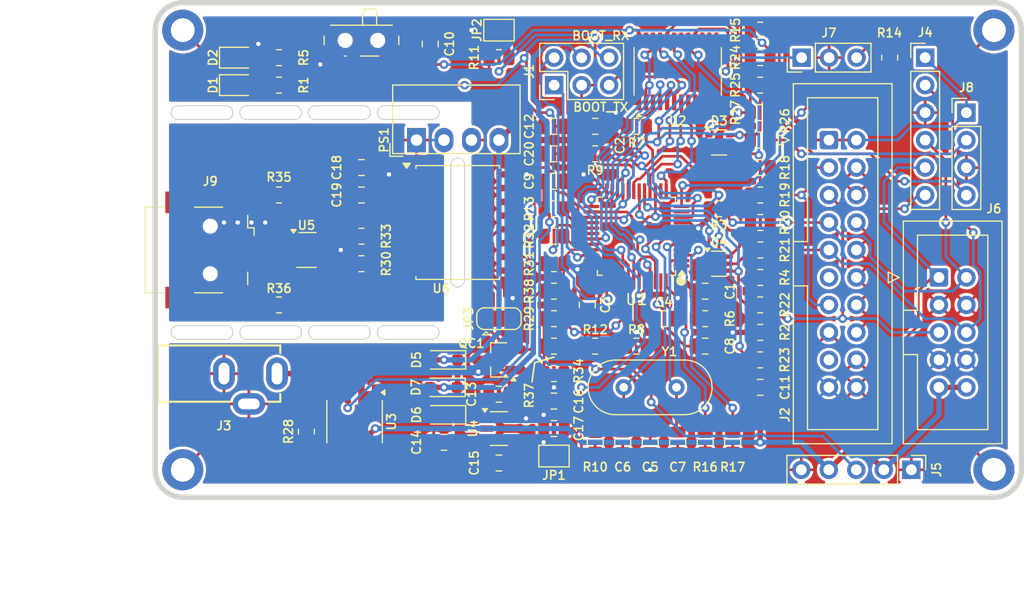
<source format=kicad_pcb>
(kicad_pcb (version 20240108) (generator "pcbnew") (generator_version "8.0")
  (layers (0 "F.Cu" signal) (31 "B.Cu" signal) (34 "B.Paste" user) (35 "F.Paste" user) (36 "B.SilkS" user "B.Silkscreen") (37 "F.SilkS" user "F.Silkscreen") (38 "B.Mask" user) (39 "F.Mask" user) (44 "Edge.Cuts" user))
  (net 0 "")
  (net 1 "OSCOUT")
  (net 2 "GND")
  (net 3 "OSCIN")
  (net 4 "~{RST}")
  (net 5 "+3V3")
  (net 6 "MCO")
  (net 7 "V_BUF")
  (net 8 "USB5V")
  (net 9 "TGT_5V")
  (net 10 "GND1")
  (net 11 "PRG_5V")
  (net 12 "Net-(D5-K)")
  (net 13 "T_JRST_")
  (net 14 "T_JTMS_")
  (net 15 "T_JTCK_")
  (net 16 "AIN1")
  (net 17 "Net-(U4-BYP)")
  (net 18 "T_JTDI_")
  (net 19 "T_NRST_")
  (net 20 "DBG_TX")
  (net 21 "DBG_RX")
  (net 22 "Net-(U6-PDEN)")
  (net 23 "T_JRST")
  (net 24 "T_JTDO")
  (net 25 "T_JTMS")
  (net 26 "T_JTCK")
  (net 27 "T_JTDI")
  (net 28 "T_NRST")
  (net 29 "EXTERN_5V")
  (net 30 "Net-(D1-A)")
  (net 31 "STM_JTMS")
  (net 32 "STM_JTCK")
  (net 33 "V_TGT")
  (net 34 "Net-(D2-K)")
  (net 37 "PWR_EXT")
  (net 40 "Net-(J7-Pin_3)")
  (net 41 "Net-(J8-Pin_4)")
  (net 42 "Net-(J8-Pin_2)")
  (net 43 "BOOT0")
  (net 44 "BOOT1")
  (net 45 "Net-(R30-Pad2)")
  (net 46 "Net-(J9-Shield)")
  (net 47 "PC13")
  (net 48 "PC14")
  (net 49 "SWMA")
  (net 50 "DBG_TXB")
  (net 51 "Net-(J9-ID)")
  (net 52 "DD+")
  (net 53 "DD-")
  (net 54 "Net-(JP3-C)")
  (net 55 "/D-")
  (net 56 "Net-(JP3-A)")
  (net 57 "Net-(QC1-E)")
  (net 58 "~{USB_RENUM}")
  (net 59 "LED")
  (net 60 "T_SWDIO_IN")
  (net 61 "/D+")
  (net 62 "T_SWO")
  (net 63 "Net-(U1-PA8)")
  (net 64 "Net-(U3-SET)")
  (net 65 "Net-(U6-UD+)")
  (net 66 "Net-(U6-DD+)")
  (net 67 "/USB_POWER")
  (net 68 "Net-(U6-DD-)")
  (net 69 "Net-(U6-UD-)")
  (net 77 "SWIM_RST")
  (net 78 "SWIM_IN")
  (net 79 "SWIM_RST_IN")
  (net 80 "T_JTDO_SWO_")
  (net 81 "T_JTDO_SWO")
  (net 85 "Net-(R33-Pad2)")
  (net 86 "~{PWR_EN}")
  (footprint "Resistor_SMD:R_0805_2012Metric" (layer "F.Cu") (at 81.28 30.48)
    (property "Reference" "R24")
    (property "Value" "680" (hide yes))
  )
  (footprint "Package_QFP:LQFP-48_7x7mm_P0.5mm" (layer "F.Cu") (at 69.85 46.99 180)
    (property "Reference" "U1")
    (property "Value" "STM32F103CBTx")
  )
  (footprint "Resistor_SMD:R_0805_2012Metric" (layer "F.Cu") (at 62.23 52.07)
    (property "Reference" "R38")
    (property "Value" "1.5k" (hide yes))
  )
  (footprint "MountingHole:MountingHole_2.2mm_M2_ISO14580_Pad" (layer "F.Cu") (at 102.87 27.94)
    (property "Reference" "H2" (hide yes))
    (property "Value" "MH" (hide yes))
  )
  (footprint "Diode_SMD:D_SOD-323_HandSoldering" (layer "F.Cu") (at 52.07 58.42 180)
    (property "Reference" "D5")
    (property "Value" "BAT60JFILM" (hide yes))
  )
  (footprint "Package_SO:TSSOP-24_4.4x7.8mm_P0.65mm" (layer "F.Cu") (at 73.66 31.75 90)
    (property "Reference" "U2")
    (property "Value" "74LVCC3245" (hide yes))
  )
  (footprint "Resistor_SMD:R_0805_2012Metric" (layer "F.Cu") (at 81.295 40.64)
    (property "Reference" "R18")
    (property "Value" "22" (hide yes))
  )
  (footprint "Resistor_SMD:R_0805_2012Metric" (layer "F.Cu") (at 62.23 44.45 180)
    (property "Reference" "R13")
    (property "Value" "100" (hide yes))
  )
  (footprint "MountingHole:MountingHole_2.2mm_M2_ISO14580_Pad" (layer "F.Cu") (at 102.87 68.58)
    (property "Reference" "H3" (hide yes))
    (property "Value" "MH" (hide yes))
  )
  (footprint "Resistor_SMD:R_0805_2012Metric" (layer "F.Cu") (at 57.15 30.48 180)
    (property "Reference" "R11")
    (property "Value" "100k" (hide yes))
  )
  (footprint "Resistor_SMD:R_0805_2012Metric" (layer "F.Cu") (at 81.295 50.8)
    (property "Reference" "R4")
    (property "Value" "10k" (hide yes))
  )
  (footprint "Resistor_SMD:R_0805_2012Metric" (layer "F.Cu") (at 76.2 54.61)
    (property "Reference" "R6")
    (property "Value" "100k" (hide yes))
  )
  (footprint "Package_TO_SOT_SMD:SOT-23-6_Handsoldering" (layer "F.Cu") (at 39.37 48.26)
    (property "Reference" "U5")
    (property "Value" "USBLC6-2" (hide yes))
  )
  (footprint "Resistor_SMD:R_0805_2012Metric" (layer "F.Cu") (at 93.245 30.48 90)
    (property "Reference" "R14")
    (property "Value" "22" (hide yes))
  )
  (footprint "Capacitor_SMD:C_0805_2012Metric" (layer "F.Cu") (at 62.23 62.23)
    (property "Reference" "C16")
    (property "Value" "1uF" (hide yes))
  )
  (footprint "Connector_PinHeader_2.54mm:PinHeader_1x03_P2.54mm_Vertical" (layer "F.Cu") (at 85.105 30.48 90)
    (property "Reference" "J7")
    (property "Value" "DBG_UART" (hide yes))
  )
  (footprint "Capacitor_SMD:C_0805_2012Metric" (layer "F.Cu") (at 50.8 29.21 90)
    (property "Reference" "C10")
    (property "Value" "100nF" (hide yes))
  )
  (footprint "Capacitor_SMD:C_0805_2012Metric" (layer "F.Cu") (at 81.28 60.96)
    (property "Reference" "C11")
    (property "Value" "100nF" (hide yes))
  )
  (footprint "Resistor_SMD:R_0805_2012Metric" (layer "F.Cu") (at 81.28 38.1)
    (property "Reference" "R26")
    (property "Value" "47" (hide yes))
  )
  (footprint "Resistor_SMD:R_0805_2012Metric" (layer "F.Cu") (at 62.23 59.69 180)
    (property "Reference" "R34")
    (property "Value" "10k" (hide yes))
  )
  (footprint "Resistor_SMD:R_0805_2012Metric" (layer "F.Cu") (at 66.04 39.37 180)
    (property "Reference" "R9")
    (property "Value" "4.7k" (hide yes))
  )
  (footprint "Resistor_SMD:R_0805_2012Metric" (layer "F.Cu") (at 81.28 27.94 180)
    (property "Reference" "R15")
    (property "Value" "10" (hide yes))
  )
  (footprint "MountingHole:MountingHole_2.2mm_M2_ISO14580_Pad" (layer "F.Cu") (at 27.94 68.58)
    (property "Reference" "H4" (hide yes))
    (property "Value" "MH" (hide yes))
  )
  (footprint "Capacitor_SMD:C_0805_2012Metric" (layer "F.Cu") (at 52.07 66.04 180)
    (property "Reference" "C14")
    (property "Value" "100nF" (hide yes))
  )
  (footprint "Capacitor_SMD:C_0805_2012Metric" (layer "F.Cu") (at 62.23 39.37)
    (property "Reference" "C20")
    (property "Value" "100nF" (hide yes))
  )
  (footprint "Connector_IDC:IDC-Header_2x05_P2.54mm_Vertical" (layer "F.Cu") (at 97.79 50.8)
    (property "Reference" "J6")
    (property "Value" "CLONE" (hide yes))
  )
  (footprint "Resistor_SMD:R_0805_2012Metric" (layer "F.Cu") (at 69.85 36.83)
    (property "Reference" "R7")
    (property "Value" "4.7k" (hide yes))
  )
  (footprint "Resistor_SMD:R_0805_2012Metric" (layer "F.Cu") (at 36.83 30.48 180)
    (property "Reference" "R5")
    (property "Value" "1.5k" (hide yes))
  )
  (footprint "Package_TO_SOT_SMD:SOT-363_SC-70-6" (layer "F.Cu") (at 77.485 38.32)
    (property "Reference" "D3")
    (property "Value" "SMF05C" (hide yes))
  )
  (footprint "Resistor_SMD:R_0805_2012Metric" (layer "F.Cu") (at 81.295 43.18)
    (property "Reference" "R19")
    (property "Value" "22" (hide yes))
  )
  (footprint "Capacitor_SMD:C_0805_2012Metric" (layer "F.Cu") (at 66.04 36.83 180)
    (property "Reference" "C2")
    (property "Value" "100nF" (hide yes))
  )
  (footprint "Capacitor_SMD:C_0805_2012Metric" (layer "F.Cu") (at 44.45 43.18 180)
    (property "Reference" "C19")
    (property "Value" "100nF" (hide yes))
  )
  (footprint "Capacitor_SMD:C_0805_2012Metric" (layer "F.Cu") (at 57.15 67.955 180)
    (property "Reference" "C15")
    (property "Value" "10nF" (hide yes))
  )
  (footprint "Capacitor_SMD:C_0805_2012Metric" (layer "F.Cu") (at 65.305 53.34 -90)
    (property "Reference" "C3")
    (property "Value" "100nF" (hide yes))
  )
  (footprint "custom:3.5mm power" (layer "F.Cu") (at 31.75 59.69)
    (property "Reference" "J3")
    (property "Value" "POWER" (hide yes))
  )
  (footprint "Resistor_SMD:R_0805_2012Metric" (layer "F.Cu") (at 76.2 66.04 -90)
    (property "Reference" "R16")
    (property "Value" "10k" (hide yes))
  )
  (footprint "Resistor_SMD:R_0805_2012Metric" (layer "F.Cu") (at 69.85 57.15 180)
    (property "Reference" "R8")
    (property "Value" "4.7k" (hide yes))
  )
  (footprint "Connector_PinHeader_2.54mm:PinHeader_1x04_P2.54mm_Vertical" (layer "F.Cu") (at 100.33 35.57)
    (property "Reference" "J8")
    (property "Value" "STM8" (hide yes))
  )
  (footprint "Resistor_SMD:R_0805_2012Metric" (layer "F.Cu") (at 81.28 53.34)
    (property "Reference" "R22")
    (property "Value" "22" (hide yes))
  )
  (footprint "Button_Switch_SMD:SW_SPDT_PCM12" (layer "F.Cu") (at 44.45 29.21 180)
    (property "Reference" "SW1" (hide yes))
    (property "Value" "EXRERNAL POWER" (hide yes))
  )
  (footprint "Capacitor_SMD:C_0805_2012Metric" (layer "F.Cu") (at 76.2 57.15)
    (property "Reference" "C8")
    (property "Value" "100nF" (hide yes))
  )
  (footprint "Resistor_SMD:R_0805_2012Metric" (layer "F.Cu") (at 77.485 44.45)
    (property "Reference" "R3")
    (property "Value" "10k" (hide yes))
  )
  (footprint "Diode_SMD:D_0805_2012Metric" (layer "F.Cu") (at 33.02 30.48)
    (property "Reference" "D2")
    (property "Value" "GREEN" (hide yes))
  )
  (footprint "Connector_PinHeader_2.54mm:PinHeader_1x05_P2.54mm_Vertical" (layer "F.Cu") (at 95.24 68.58 -90)
    (property "Reference" "J5")
    (property "Value" "POWER")
  )
  (footprint "Resistor_SMD:R_0805_2012Metric" (layer "F.Cu") (at 44.45 49.53 180)
    (property "Reference" "R30")
    (property "Value" "22" (hide yes))
  )
  (footprint "Resistor_SMD:R_0805_2012Metric" (layer "F.Cu") (at 39.36 65.04 90)
    (property "Reference" "R28")
    (property "Value" "2.7k" (hide yes))
  )
  (footprint "Capacitor_SMD:C_0805_2012Metric" (layer "F.Cu") (at 71.12 66.04 90)
    (property "Reference" "C5")
    (property "Value" "100nF" (hide yes))
  )
  (footprint "Capacitor_SMD:C_0805_2012Metric" (layer "F.Cu") (at 68.58 66.04 -90)
    (property "Reference" "C6")
    (property "Value" "20pF" (hide yes))
  )
  (footprint "Package_TO_SOT_SMD:SOT-23_Handsoldering" (layer "F.Cu") (at 57.15 58.42 180)
    (property "Reference" "QC1")
    (property "Value" "S9013" (hide yes))
  )
  (footprint "Resistor_SMD:R_0805_2012Metric" (layer "F.Cu") (at 62.23 54.61 180)
    (property "Reference" "R29")
    (property "Value" "100" (hide yes))
  )
  (footprint "Crystal:Crystal_HC49-4H_Vertical" (layer "F.Cu") (at 68.67 60.96)
    (property "Reference" "Y1")
    (property "Value" "8MHz" (hide yes))
  )
  (footprint "Capacitor_SMD:C_0805_2012Metric" (layer "F.Cu") (at 44.45 40.64 180)
    (property "Reference" "C18")
    (property "Value" "100nF" (hide yes))
  )
  (footprint "Resistor_SMD:R_0805_2012Metric" (layer "F.Cu") (at 81.295 48.26)
    (property "Reference" "R21")
    (property "Value" "22" (hide yes))
  )
  (footprint "Connector_PinHeader_2.54mm:PinHeader_2x03_P2.54mm_Vertical" (layer "F.Cu") (at 62.245 33.025 90)
    (property "Reference" "J1")
    (property "Value" "STLSWD" (hide yes))
  )
  (footprint "Resistor_SMD:R_0805_2012Metric" (layer "F.Cu") (at 36.83 53.34)
    (property "Reference" "R36")
    (property "Value" "100k" (hide yes))
  )
  (footprint "Capacitor_SMD:C_0805_2012Metric" (layer "F.Cu") (at 57.15 61.595)
    (property "Reference" "C13")
    (property "Value" "1uF" (hide yes))
  )
  (footprint "Resistor_SMD:R_0805_2012Metric" (layer "F.Cu") (at 66.04 57.15 180)
    (property "Reference" "R12")
    (property "Value" "4.7k" (hide yes))
  )
  (footprint "Resistor_SMD:R_0805_2012Metric" (layer "F.Cu") (at 62.23 46.99)
    (property "Reference" "R32")
    (property "Value" "22" (hide yes))
  )
  (footprint "Resistor_SMD:R_0805_2012Metric" (layer "F.Cu") (at 36.83 33.02 180)
    (property "Reference" "R1")
    (property "Value" "1.5k" (hide yes))
  )
  (footprint "Resistor_SMD:R_0805_2012Metric" (layer "F.Cu") (at 62.23 49.53)
    (property "Reference" "R31")
    (property "Value" "22" (hide yes))
  )
  (footprint "Resistor_SMD:R_0805_2012Metric" (layer "F.Cu") (at 81.28 33.02)
    (property "Reference" "R25")
    (property "Value" "680" (hide yes))
  )
  (footprint "Resistor_SMD:R_0805_2012Metric" (layer "F.Cu") (at 66.04 66.04 -90)
    (property "Reference" "R10")
    (property "Value" "100k" (hide yes))
  )
  (footprint "Diode_SMD:D_0805_2012Metric" (layer "F.Cu") (at 33.02 33.02)
    (property "Reference" "D1")
    (property "Value" "RED" (hide yes))
  )
  (footprint "Diode_SMD:D_SOD-323_HandSoldering" (layer "F.Cu") (at 52.07 63.5 180)
    (property "Reference" "D6")
    (property "Value" "BAT60JFILM" (hide yes))
  )
  (footprint "Package_SO:SO-8_3.9x4.9mm_P1.27mm" (layer "F.Cu") (at 43.815 64.135 -90)
    (property "Reference" "U3")
    (property "Value" "ST890CDR" (hide yes))
  )
  (footprint "Resistor_SMD:R_0805_2012Metric" (layer "F.Cu") (at 44.45 46.99 180)
    (property "Reference" "R33")
    (property "Value" "22" (hide yes))
  )
  (footprint "Connector_IDC:IDC-Header_2x10_P2.54mm_Vertical" (layer "F.Cu") (at 87.63 38.1)
    (property "Reference" "J2")
    (property "Value" "JTAG" (hide yes))
  )
  (footprint "Capacitor_SMD:C_0805_2012Metric" (layer "F.Cu") (at 76.2 52.07)
    (property "Reference" "C1")
    (property "Value" "100nF" (hide yes))
  )
  (footprint "Connector_PinHeader_2.54mm:PinHeader_1x06_P2.54mm_Vertical" (layer "F.Cu") (at 96.52 30.48)
    (property "Reference" "J4")
    (property "Value" "SWD" (hide yes))
  )
  (footprint "Capacitor_SMD:C_0805_2012Metric" (layer "F.Cu") (at 62.23 64.77)
    (property "Reference" "C17")
    (property "Value" "100nF" (hide yes))
  )
  (footprint "Jumper:SolderJumper-3_P1.3mm_Open_RoundedPad1.0x1.5mm" (layer "F.Cu") (at 57.15 54.61)
    (property "Reference" "JP3")
    (property "Value" "USB CONTROL" (hide yes))
  )
  (footprint "Capacitor_SMD:C_0805_2012Metric" (layer "F.Cu") (at 72.39 54.61 180)
    (property "Reference" "C4")
    (property "Value" "100nF" (hide yes))
  )
  (footprint "Resistor_SMD:R_0805_2012Metric" (layer "F.Cu") (at 81.28 55.88)
    (property "Reference" "R2")
    (property "Value" "10k" (hide yes))
  )
  (footprint "Resistor_SMD:R_0805_2012Metric" (layer "F.Cu") (at 36.83 43.18)
    (property "Reference" "R35")
    (property "Value" "1" (hide yes))
  )
  (footprint "Resistor_SMD:R_0805_2012Metric" (layer "F.Cu") (at 81.28 58.42)
    (property "Reference" "R23")
    (property "Value" "22" (hide yes))
  )
  (footprint "Jumper:SolderJumper-2_P1.3mm_Open_TrianglePad1.0x1.5mm" (layer "F.Cu") (at 62.23 67.31)
    (property "Reference" "JP1")
    (property "Value" "BOOT0" (hide yes))
  )
  (footprint "Jumper:SolderJumper-2_P1.3mm_Open_TrianglePad1.0x1.5mm" (layer "F.Cu") (at 57.15 27.94)
    (property "Reference" "JP2")
    (property "Value" "BOOT1" (hide yes))
  )
  (footprint "Resistor_SMD:R_0805_2012Metric" (layer "F.Cu") (at 62.23 57.15)
    (property "Reference" "R37")
    (property "Value" "36k" (hide yes))
  )
  (footprint "Connector_USB:USB_Mini-B_Wuerth_65100516121_Horizontal" (layer "F.Cu") (at 30.48 48.26 -90)
    (property "Reference" "J9")
    (property "Value" "USB_B_Mini" (hide yes))
  )
  (footprint "Package_TO_SOT_SMD:SOT-363_SC-70-6" (layer "F.Cu") (at 77.485 49.53)
    (property "Reference" "D4")
    (property "Value" "SMF05C" (hide yes))
  )
  (footprint "Resistor_SMD:R_0805_2012Metric" (layer "F.Cu") (at 81.295 45.72)
    (property "Reference" "R20")
    (property "Value" "22" (hide yes))
  )
  (footprint "Package_TO_SOT_SMD:SOT-23-5" (layer "F.Cu") (at 57.15 64.77)
    (property "Reference" "U4")
    (property "Value" "LD3985M33R" (hide yes))
  )
  (footprint "MountingHole:MountingHole_2.2mm_M2_ISO14580_Pad" (layer "F.Cu") (at 27.94 27.94)
    (property "Reference" "H1" (hide yes))
    (property "Value" "MH" (hide yes))
  )
  (footprint "Diode_SMD:D_SOD-323_HandSoldering" (layer "F.Cu") (at 52.02 60.96 180)
    (property "Reference" "D7")
    (property "Value" "BAT60JFILM" (hide yes))
  )
  (footprint "Resistor_SMD:R_0805_2012Metric" (layer "F.Cu") (at 81.28 35.56)
    (property "Reference" "R27")
    (property "Value" "47" (hide yes))
  )
  (footprint "Package_SO:SOIC-16W_7.5x10.3mm_P1.27mm" (layer "F.Cu") (at 53.34 45.72)
    (property "Reference" "U6")
    (property "Value" "ADUM3160" (hide yes))
  )
  (footprint "Capacitor_SMD:C_0805_2012Metric" (layer "F.Cu") (at 62.23 41.91)
    (property "Reference" "C9")
    (property "Value" "20nF" (hide yes))
  )
  (footprint "Capacitor_SMD:C_0805_2012Metric" (layer "F.Cu") (at 62.23 36.83 180)
    (property "Reference" "C12")
    (property "Value" "100nF" (hide yes))
  )
  (footprint "Resistor_SMD:R_0805_2012Metric" (layer "F.Cu") (at 78.74 66.04 -90)
    (property "Reference" "R17")
    (property "Value" "10k" (hide yes))
  )
  (footprint "Capacitor_SMD:C_0805_2012Metric" (layer "F.Cu") (at 73.66 66.04 -90)
    (property "Reference" "C7")
    (property "Value" "20pF" (hide yes))
  )
  (footprint "Converter_DCDC:Converter_DCDC_Murata_MEE1SxxxxSC_THT" (layer "F.Cu") (at 49.53 38.1 90)
    (property "Reference" "PS1")
    (property "Value" "MEE1S0505SC" (hide yes))
  )
  (gr_line (start 62.23 58.166) (end 60.452 58.674) (stroke (width 0.15)) (layer "F.SilkS"))
  (gr_line (start 60.452 58.674) (end 60.198 60.452) (stroke (width 0.15)) (layer "F.SilkS"))
  (gr_circle (center 73.9775 51.1175) (end 74.3585 51.1175) (stroke (width 0.15)) (fill solid) (layer "F.SilkS"))
  (gr_line (start 46.5455 34.925) (end 50.9905 34.925) (stroke (width 0.1)) (layer "Edge.Cuts"))
  (gr_line (start 33.8455 55.245) (end 38.2905 55.245) (stroke (width 0.1)) (layer "Edge.Cuts"))
  (gr_line (start 44.6405 36.195) (end 40.1955 36.195) (stroke (width 0.1)) (layer "Edge.Cuts"))
  (gr_line (start 31.9405 56.515) (end 27.4955 56.515) (stroke (width 0.1)) (layer "Edge.Cuts"))
  (gr_line (start 50.9905 56.515) (end 46.5455 56.515) (stroke (width 0.1)) (layer "Edge.Cuts"))
  (gr_line (start 27.4955 55.245) (end 31.9405 55.245) (stroke (width 0.1)) (layer "Edge.Cuts"))
  (gr_arc (start 52.705 40.386) (mid 53.34 39.751) (end 53.975 40.386) (stroke (width 0.1)) (layer "Edge.Cuts"))
  (gr_line (start 27.94 71.12) (end 102.87 71.12) (stroke (width 0.5)) (layer "Edge.Cuts"))
  (gr_line (start 40.1955 55.245) (end 44.6405 55.245) (stroke (width 0.1)) (layer "Edge.Cuts"))
  (gr_arc (start 27.4955 56.515) (mid 26.8605 55.88) (end 27.4955 55.245) (stroke (width 0.1)) (layer "Edge.Cuts"))
  (gr_line (start 46.5455 55.245) (end 50.9905 55.245) (stroke (width 0.1)) (layer "Edge.Cuts"))
  (gr_arc (start 53.975 51.054) (mid 53.34 51.689) (end 52.705 51.054) (stroke (width 0.1)) (layer "Edge.Cuts"))
  (gr_arc (start 31.9405 55.245) (mid 32.5755 55.88) (end 31.9405 56.515) (stroke (width 0.1)) (layer "Edge.Cuts"))
  (gr_line (start 52.705 51.054) (end 52.705 40.386) (stroke (width 0.1)) (layer "Edge.Cuts"))
  (gr_line (start 102.87 25.4) (end 27.94 25.4) (stroke (width 0.5)) (layer "Edge.Cuts"))
  (gr_arc (start 38.2905 55.245) (mid 38.9255 55.88) (end 38.2905 56.515) (stroke (width 0.1)) (layer "Edge.Cuts"))
  (gr_line (start 27.4955 34.925) (end 31.9405 34.925) (stroke (width 0.1)) (layer "Edge.Cuts"))
  (gr_arc (start 27.94 71.12) (mid 26.143949 70.376051) (end 25.4 68.58) (stroke (width 0.5)) (layer "Edge.Cuts"))
  (gr_line (start 105.41 68.58) (end 105.41 27.94) (stroke (width 0.5)) (layer "Edge.Cuts"))
  (gr_arc (start 40.1955 36.195) (mid 39.5605 35.56) (end 40.1955 34.925) (stroke (width 0.1)) (layer "Edge.Cuts"))
  (gr_arc (start 46.5455 36.195) (mid 45.9105 35.56) (end 46.5455 34.925) (stroke (width 0.1)) (layer "Edge.Cuts"))
  (gr_arc (start 40.1955 56.515) (mid 39.5605 55.88) (end 40.1955 55.245) (stroke (width 0.1)) (layer "Edge.Cuts"))
  (gr_arc (start 38.2905 34.925) (mid 38.9255 35.56) (end 38.2905 36.195) (stroke (width 0.1)) (layer "Edge.Cuts"))
  (gr_line (start 53.975 40.386) (end 53.975 51.054) (stroke (width 0.1)) (layer "Edge.Cuts"))
  (gr_arc (start 44.6405 55.245) (mid 45.2755 55.88) (end 44.6405 56.515) (stroke (width 0.1)) (layer "Edge.Cuts"))
  (gr_line (start 31.9405 36.195) (end 27.4955 36.195) (stroke (width 0.1)) (layer "Edge.Cuts"))
  (gr_arc (start 44.6405 34.925) (mid 45.2755 35.56) (end 44.6405 36.195) (stroke (width 0.1)) (layer "Edge.Cuts"))
  (gr_arc (start 46.5455 56.515) (mid 45.9105 55.88) (end 46.5455 55.245) (stroke (width 0.1)) (layer "Edge.Cuts"))
  (gr_line (start 50.9905 36.195) (end 46.5455 36.195) (stroke (width 0.1)) (layer "Edge.Cuts"))
  (gr_line (start 33.8455 34.925) (end 38.2905 34.925) (stroke (width 0.1)) (layer "Edge.Cuts"))
  (gr_arc (start 102.87 25.4) (mid 104.666051 26.143949) (end 105.41 27.94) (stroke (width 0.5)) (layer "Edge.Cuts"))
  (gr_arc (start 31.9405 34.925) (mid 32.5755 35.56) (end 31.9405 36.195) (stroke (width 0.1)) (layer "Edge.Cuts"))
  (gr_arc (start 33.8455 36.195) (mid 33.2105 35.56) (end 33.8455 34.925) (stroke (width 0.1)) (layer "Edge.Cuts"))
  (gr_arc (start 25.4 27.94) (mid 26.143949 26.143949) (end 27.94 25.4) (stroke (width 0.5)) (layer "Edge.Cuts"))
  (gr_line (start 38.2905 56.515) (end 33.8455 56.515) (stroke (width 0.1)) (layer "Edge.Cuts"))
  (gr_line (start 40.1955 34.925) (end 44.6405 34.925) (stroke (width 0.1)) (layer "Edge.Cuts"))
  (gr_line (start 38.2905 36.195) (end 33.8455 36.195) (stroke (width 0.1)) (layer "Edge.Cuts"))
  (gr_arc (start 105.41 68.58) (mid 104.666051 70.376051) (end 102.87 71.12) (stroke (width 0.5)) (layer "Edge.Cuts"))
  (gr_arc (start 50.9905 34.925) (mid 51.6255 35.56) (end 50.9905 36.195) (stroke (width 0.1)) (layer "Edge.Cuts"))
  (gr_line (start 25.4 27.94) (end 25.4 68.58) (stroke (width 0.5)) (layer "Edge.Cuts"))
  (gr_line (start 44.6405 56.515) (end 40.1955 56.515) (stroke (width 0.1)) (layer "Edge.Cuts"))
  (gr_arc (start 33.8455 56.515) (mid 33.2105 55.88) (end 33.8455 55.245) (stroke (width 0.1)) (layer "Edge.Cuts"))
  (gr_arc (start 27.4955 36.195) (mid 26.8605 35.56) (end 27.4955 34.925) (stroke (width 0.1)) (layer "Edge.Cuts"))
  (gr_arc (start 50.9905 55.245) (mid 51.6255 55.88) (end 50.9905 56.515) (stroke (width 0.1)) (layer "Edge.Cuts"))
  (gr_text "BOOT_TX" (at 66.548 35.052 0) (layer "F.SilkS") (effects (font (size 0.8 0.8))))
  (gr_text "BOOT_RX" (at 66.548 28.448 0) (layer "F.SilkS") (effects (font (size 0.8 0.8))))
  (segment (start 68.67 65) (end 68.58 65.09) (width 0.25) (layer "F.Cu") (net 1))
  (segment (start 68.67 60.96) (end 68.67 65) (width 0.25) (layer "F.Cu") (net 1))
  (segment (start 72.39 47.24) (end 74.0125 47.24) (width 0.25) (layer "F.Cu") (net 1))
  (segment (start 71.665 47.965) (end 72.39 47.24) (width 0.25) (layer "F.Cu") (net 1))
  (via (at 71.665 47.965) (size 0.8) (drill 0.4) (layers "F.Cu" "B.Cu") (net 1))
  (segment (start 72.485 57.145) (end 68.67 60.96) (width 0.25) (layer "B.Cu") (net 1))
  (segment (start 71.665 48.17) (end 72.485 48.99) (width 0.25) (layer "B.Cu") (net 1))
  (segment (start 72.485 48.99) (end 72.485 57.145) (width 0.25) (layer "B.Cu") (net 1))
  (segment (start 71.665 47.965) (end 71.665 48.17) (width 0.25) (layer "B.Cu") (net 1))
  (segment (start 73.55 64.98) (end 73.66 65.09) (width 0.25) (layer "F.Cu") (net 3))
  (segment (start 73.209315 47.74) (end 74.0125 47.74) (width 0.25) (layer "F.Cu") (net 3))
  (segment (start 73.55 60.96) (end 73.55 64.98) (width 0.25) (layer "F.Cu") (net 3))
  (segment (start 72.682799 47.971799) (end 72.977516 47.971799) (width 0.25) (layer "F.Cu") (net 3))
  (segment (start 72.977516 47.971799) (end 73.209315 47.74) (width 0.25) (layer "F.Cu") (net 3))
  (via (at 72.682799 47.971799) (size 0.8) (drill 0.4) (layers "F.Cu" "B.Cu") (net 3))
  (segment (start 72.935 60.345) (end 73.55 60.96) (width 0.25) (layer "B.Cu") (net 3))
  (segment (start 72.682799 47.971799) (end 72.935 48.224) (width 0.25) (layer "B.Cu") (net 3))
  (segment (start 72.935 48.224) (end 72.935 60.345) (width 0.25) (layer "B.Cu") (net 3))
  (segment (start 72.39 53.848173) (end 72.39 55.198173) (width 0.25) (layer "F.Cu") (net 4))
  (segment (start 71.7605 53.279336) (end 71.821163 53.279336) (width 0.25) (layer "F.Cu") (net 4))
  (segment (start 70.686747 47.917948) (end 71.839695 46.765) (width 0.25) (layer "F.Cu") (net 4))
  (segment (start 73.9875 46.765) (end 74.0125 46.74) (width 0.25) (layer "F.Cu") (net 4))
  (segment (start 72.39 55.198173) (end 74.341827 57.15) (width 0.25) (layer "F.Cu") (net 4))
  (segment (start 74.341827 57.15) (end 75.25 57.15) (width 0.25) (layer "F.Cu") (net 4))
  (segment (start 71.839695 46.765) (end 73.9875 46.765) (width 0.25) (layer "F.Cu") (net 4))
  (segment (start 71.821163 53.279336) (end 72.39 53.848173) (width 0.25) (layer "F.Cu") (net 4))
  (segment (start 70.686747 48.17) (end 70.686747 47.917948) (width 0.25) (layer "F.Cu") (net 4))
  (segment (start 77.1125 55.2875) (end 75.25 57.15) (width 0.25) (layer "F.Cu") (net 4))
  (segment (start 77.1125 54.61) (end 77.1125 55.2875) (width 0.25) (layer "F.Cu") (net 4))
  (via (at 70.686747 48.17) (size 0.8) (drill 0.4) (layers "F.Cu" "B.Cu") (net 4))
  (via (at 71.7605 53.279336) (size 0.8) (drill 0.4) (layers "F.Cu" "B.Cu") (net 4))
  (segment (start 71.7605 49.243753) (end 71.7605 53.279336) (width 0.25) (layer "B.Cu") (net 4))
  (segment (start 70.686747 48.17) (end 71.7605 49.243753) (width 0.25) (layer "B.Cu") (net 4))
  (segment (start 75.565 46.2595) (end 75.335185 46.2595) (width 0.25) (layer "F.Cu") (net 5))
  (segment (start 62.23 60.96) (end 61.595 60.96) (width 0.5) (layer "F.Cu") (net 5))
  (segment (start 65.5475 41.275) (end 67.1 42.8275) (width 0.25) (layer "F.Cu") (net 5))
  (segment (start 72.6 51.645) (end 72.6 51.1525) (width 0.25) (layer "F.Cu") (net 5))
  (segment (start 57.99 41.275) (end 59.69 41.275) (width 0.5) (layer "F.Cu") (net 5))
  (segment (start 61.28 66.355) (end 61.28 67.085) (width 0.5) (layer "F.Cu") (net 5))
  (segment (start 60.660433 63.835433) (end 61.28 64.455) (width 0.5) (layer "F.Cu") (net 5))
  (segment (start 57.99 43.815) (end 59.055 43.815) (width 0.5) (layer "F.Cu") (net 5))
  (segment (start 75.335185 46.2595) (end 74.815685 45.74) (width 0.25) (layer "F.Cu") (net 5))
  (segment (start 74.2055 50.8) (end 74.2055 51.0255) (width 0.5) (layer "F.Cu") (net 5))
  (segment (start 64.389 50.038) (end 64.389 51.474) (width 0.25) (layer "F.Cu") (net 5))
  (segment (start 73.66 52.705) (end 73.66 54.29) (width 0.5) (layer "F.Cu") (net 5))
  (segment (start 40.64 31.115) (end 41.725 31.115) (width 0.5) (layer "F.Cu") (net 5))
  (segment (start 55.245 59.5105) (end 55.65 59.1055) (width 0.5) (layer "F.Cu") (net 5))
  (segment (start 60.325 39.37) (end 60.96 39.37) (width 0.5) (layer "F.Cu") (net 5))
  (segment (start 63.1425 60.6825) (end 63.1425 59.69) (width 0.5) (layer "F.Cu") (net 5))
  (segment (start 78.74 55.88) (end 80.3675 55.88) (width 0.5) (layer "F.Cu") (net 5))
  (segment (start 59.69 43.18) (end 59.69 41.275) (width 0.5) (layer "F.Cu") (net 5))
  (segment (start 59.69 40.005) (end 60.325 39.37) (width 0.5) (layer "F.Cu") (net 5))
  (segment (start 68.9375 36.5525) (end 68.9375 36.83) (width 0.5) (layer "F.Cu") (net 5))
  (segment (start 68.9375 36.83) (end 66.99 36.83) (width 0.5) (layer "F.Cu") (net 5))
  (segment (start 74.815685 45.74) (end 74.0125 45.74) (width 0.25) (layer "F.Cu") (net 5))
  (segment (start 73.66 52.705) (end 72.6 51.645) (width 0.25) (layer "F.Cu") (net 5))
  (segment (start 61.28 64.77) (end 61.28 66.355) (width 0.5) (layer "F.Cu") (net 5))
  (segment (start 56.425 27.94) (end 54.61 27.94) (width 0.5) (layer "F.Cu") (net 5))
  (segment (start 74.2055 50.8) (end 74.0125 50.607) (width 0.25) (layer "F.Cu") (net 5))
  (segment (start 67.945 35.56) (end 68.9375 36.5525) (width 0.5) (layer "F.Cu") (net 5))
  (segment (start 62.865 60.96) (end 63.1425 60.6825) (width 0.5) (layer "F.Cu") (net 5))
  (segment (start 62.23 60.96) (end 62.865 60.96) (width 0.5) (layer "F.Cu") (net 5))
  (segment (start 75.25 54.5725) (end 75.2875 54.61) (width 0.5) (layer "F.Cu") (net 5))
  (segment (start 75.25 52.07) (end 75.25 54.5725) (width 0.5) (layer "F.Cu") (net 5))
  (segment (start 59.650753 63.835433) (end 59.63532 63.82) (width 0.5) (layer "F.Cu") (net 5))
  (segment (start 59.69 41.275) (end 59.69 40.005) (width 0.5) (layer "F.Cu") (net 5))
  (segment (start 33.9575 30.48) (end 33.9575 30.1775) (width 0.5) (layer "F.Cu") (net 5))
  (segment (start 57.99 45.085) (end 57.99 43.815) (width 0.5) (layer "F.Cu") (net 5))
  (segment (start 61.28 64.455) (end 61.28 64.77) (width 0.5) (layer "F.Cu") (net 5))
  (segment (start 64.389 50.038) (end 64.687 49.74) (width 0.25) (layer "F.Cu") (net 5))
  (segment (start 67.945 35.56) (end 68.8925 34.6125) (width 0.5) (layer "F.Cu") (net 5))
  (segment (start 58.42 54.58) (end 58.45 54.61) (width 0.5) (layer "F.Cu") (net 5))
  (segment (start 60.96 39.37) (end 61.28 39.37) (width 0.25) (layer "F.Cu") (net 5))
  (segment (start 64.389 51.474) (end 65.305 52.39) (width 0.25) (layer "F.Cu") (net 5))
  (segment (start 74.2055 51.0255) (end 75.25 52.07) (width 0.5) (layer "F.Cu") (net 5))
  (segment (start 61.28 63.815) (end 61.28 64.77) (width 0.5) (layer "F.Cu") (net 5))
  (segment (start 73.66 54.29) (end 73.34 54.61) (width 0.5) (layer "F.Cu") (net 5))
  (segment (start 69.85 56.2375) (end 70.7625 57.15) (width 0.5) (layer "F.Cu") (net 5))
  (segment (start 41.725 31.115) (end 42.2 30.64) (width 0.5) (layer "F.Cu") (net 5))
  (segment (start 59.650753 63.835433) (end 60.660433 63.835433) (width 0.5) (layer "F.Cu") (net 5))
  (segment (start 61.28 61.275) (end 61.28 62.23) (width 0.5) (layer "F.Cu") (net 5))
  (segment (start 69.85 55.8505) (end 69.85 56.2375) (width 0.5) (layer "F.Cu") (net 5))
  (segment (start 61.28 67.085) (end 61.505 67.31) (width 0.5) (layer "F.Cu") (net 5))
  (segment (start 74.0125 50.607) (end 74.0125 49.74) (width 0.25) (layer "F.Cu") (net 5))
  (segment (start 68.8925 34.6125) (end 70.085 34.6125) (width 0.5) (layer "F.Cu") (net 5))
  (segment (start 64.687 49.74) (end 65.6875 49.74) (width 0.25) (layer "F.Cu") (net 5))
  (segment (start 59.63532 63.82) (end 58.2875 63.82) (width 0.5) (layer "F.Cu") (net 5))
  (segment (start 33.9575 30.1775) (end 34.925 29.21) (width 0.5) (layer "F.Cu") (net 5))
  (segment (start 59.055 43.815) (end 59.69 43.18) (width 0.5) (layer "F.Cu") (net 5))
  (segment (start 61.28 62.23) (end 61.28 63.815) (width 0.5) (layer "F.Cu") (net 5))
  (segment (start 64.9705 41.275) (end 65.5475 41.275) (width 0.25) (layer "F.Cu") (net 5))
  (segment (start 58.42 52.705) (end 58.42 54.58) (width 0.5) (layer "F.Cu") (net 5))
  (segment (start 61.595 60.96) (end 61.28 61.275) (width 0.5) (layer "F.Cu") (net 5))
  (segment (start 55.65 59.1055) (end 55.65 58.42) (width 0.5) (layer "F.Cu") (net 5))
  (segment (start 71.12 68.58) (end 71.12 66.99) (width 0.5) (layer "F.Cu") (net 5))
  (segment (start 75.565 46.2595) (end 76.5575 45.267) (width 0.5) (layer "F.Cu") (net 5))
  (via (at 73.66 52.705) (size 0.8) (drill 0.4) (layers "F.Cu" "B.Cu") (net 5))
  (via (at 69.85 55.8505) (size 0.8) (drill 0.4) (layers "F.Cu" "B.Cu") (net 5))
  (via (at 55.245 59.5105) (size 0.8) (drill 0.4) (layers "F.Cu" "B.Cu") (net 5))
  (via (at 34.925 29.21) (size 0.8) (drill 0.4) (layers "F.Cu" "B.Cu") (net 5))
  (via (at 62.23 60.96) (size 0.8) (drill 0.4) (layers "F.Cu" "B.Cu") (net 5))
  (via (at 74.2055 50.8) (size 0.8) (drill 0.4) (layers "F.Cu" "B.Cu") (net 5))
  (via (at 71.12 68.58) (size 0.8) (drill 0.4) (layers "F.Cu" "B.Cu") (net 5))
  (via (at 75.565 46.2595) (size 0.8) (drill 0.4) (layers "F.Cu" "B.Cu") (net 5))
  (via (at 61.28 66.04) (size 0.8) (drill 0.4) (layers "F.Cu" "B.Cu") (net 5))
  (via (at 78.74 55.88) (size 0.8) (drill 0.4) (layers "F.Cu" "B.Cu") (net 5))
  (via (at 59.650753 63.835433) (size 0.8) (drill 0.4) (layers "F.Cu" "B.Cu") (net 5))
  (via (at 64.389 50.038) (size 0.8) (drill 0.4) (layers "F.Cu" "B.Cu") (net 5))
  (via (at 54.61 27.94) (size 0.8) (drill 0.4) (layers "F.Cu" "B.Cu") (net 5))
  (via (at 61.28 63.5) (size 0.8) (drill 0.4) (layers "F.Cu" "B.Cu") (net 5))
  (via (at 64.9705 41.275) (size 0.8) (drill 0.4) (layers "F.Cu" "B.Cu") (net 5))
  (via (at 59.69 41.275) (size 0.8) (drill 0.4) (layers "F.Cu" "B.Cu") (net 5))
  (via (at 58.42 52.705) (size 0.8) (drill 0.4) (layers "F.Cu" "B.Cu") (net 5))
  (via (at 67.945 35.56) (size 0.8) (drill 0.4) (layers "F.Cu" "B.Cu") (net 5))
  (via (at 40.64 31.115) (size 0.8) (drill 0.4) (layers "F.Cu" "B.Cu") (net 5))
  (segment (start 61.28 41.91) (end 61.28 44.4125) (width 0.25) (layer "F.Cu") (net 6))
  (segment (start 61.8095 45.6905) (end 61.8095 44.942) (width 0.25) (layer "F.Cu") (net 6))
  (segment (start 71.21 62.32) (end 71.21 61.05) (width 0.25) (layer "F.Cu") (net 6))
  (segment (start 69.435102 59.275102) (end 66.065299 59.275102) (width 0.25) (layer "F.Cu") (net 6))
  (segment (start 61.8095 44.942) (end 61.3175 44.45) (width 0.25) (layer "F.Cu") (net 6))
  (segment (start 61.28 44.4125) (end 61.3175 44.45) (width 0.25) (layer "F.Cu") (net 6))
  (segment (start 71.21 61.05) (end 69.435102 59.275102) (width 0.25) (layer "F.Cu") (net 6))
  (via (at 61.8095 45.6905) (size 0.8) (drill 0.4) (layers "F.Cu" "B.Cu") (net 6))
  (via (at 66.065299 59.275102) (size 0.8) (drill 0.4) (layers "F.Cu" "B.Cu") (net 6))
  (via (at 71.21 62.32) (size 0.8) (drill 0.4) (layers "F.Cu" "B.Cu") (net 6))
  (segment (start 66.065299 59.275102) (end 65.650398 58.860201) (width 0.25) (layer "B.Cu") (net 6))
  (segment (start 71.21 62.32) (end 74.355 65.465) (width 0.25) (layer "B.Cu") (net 6))
  (segment (start 60.9 58.023172) (end 60.9 47.391599) (width 0.25) (layer "B.Cu") (net 6))
  (segment (start 74.355 65.465) (end 80.829695 65.465) (width 0.25) (layer "B.Cu") (net 6))
  (segment (start 81.730305 65.465) (end 87.045 65.465) (width 0.25) (layer "B.Cu") (net 6))
  (segment (start 65.650398 58.860201) (end 61.737029 58.860201) (width 0.25) (layer "B.Cu") (net 6))
  (segment (start 60.9 47.391599) (end 61.8095 46.482099) (width 0.25) (layer "B.Cu") (net 6))
  (segment (start 81.580305 65.315) (end 81.730305 65.465) (width 0.25) (layer "B.Cu") (net 6))
  (segment (start 87.045 65.465) (end 90.16 68.58) (width 0.25) (layer "B.Cu") (net 6))
  (segment (start 80.979695 65.315) (end 81.580305 65.315) (width 0.25) (layer "B.Cu") (net 6))
  (segment (start 61.737029 58.860201) (end 60.9 58.023172) (width 0.25) (layer "B.Cu") (net 6))
  (segment (start 61.8095 46.482099) (end 61.8095 45.6905) (width 0.25) (layer "B.Cu") (net 6))
  (segment (start 80.829695 65.465) (end 80.979695 65.315) (width 0.25) (layer "B.Cu") (net 6))
  (segment (start 69.85 27.94) (end 70.085 28.175) (width 0.25) (layer "F.Cu") (net 7))
  (segment (start 82.2075 30.48) (end 82.2075 33.005) (width 0.25) (layer "F.Cu") (net 7))
  (segment (start 82.2075 29.847071) (end 82.2075 30.48) (width 0.25) (layer "F.Cu") (net 7))
  (segment (start 52.07 31.115) (end 51.435 31.115) (width 0.25) (layer "F.Cu") (net 7))
  (segment (start 44.81 31.75) (end 43.7 30.64) (width 0.25) (layer "F.Cu") (net 7))
  (segment (start 49.21 31.75) (end 44.81 31.75) (width 0.25) (layer "F.Cu") (net 7))
  (segment (start 69.215 27.94) (end 69.85 27.94) (width 0.25) (layer "F.Cu") (net 7))
  (segment (start 81.454141 29.093712) (end 80.3675 28.007071) (width 0.25) (layer "F.Cu") (net 7))
  (segment (start 51.435 31.115) (end 50.8 30.48) (width 0.25) (layer "F.Cu") (net 7))
  (segment (start 80.3675 28.007071) (end 80.3675 27.94) (width 0.25) (layer "F.Cu") (net 7))
  (segment (start 70.085 28.175) (end 70.085 28.8875) (width 0.25) (layer "F.Cu") (net 7))
  (segment (start 50.8 30.16) (end 49.21 31.75) (width 0.25) (layer "F.Cu") (net 7))
  (segment (start 50.8 30.48) (end 50.8 30.16) (width 0.25) (layer "F.Cu") (net 7))
  (segment (start 81.454141 29.093712) (end 82.2075 29.847071) (width 0.25) (layer "F.Cu") (net 7))
  (segment (start 82.2075 33.005) (end 82.1925 33.02) (width 0.25) (layer "F.Cu") (net 7))
  (via (at 52.07 31.115) (size 0.8) (drill 0.4) (layers "F.Cu" "B.Cu") (net 7))
  (via (at 69.215 27.94) (size 0.8) (drill 0.4) (layers "F.Cu" "B.Cu") (net 7))
  (via (at 81.454141 29.093712) (size 0.8) (drill 0.4) (layers "F.Cu" "B.Cu") (net 7))
  (segment (start 60.323604 27.94) (end 57.238604 31.025) (width 0.25) (layer "B.Cu") (net 7))
  (segment (start 56.759695 31.115) (end 52.07 31.115) (width 0.25) (layer "B.Cu") (net 7))
  (segment (start 69.215 27.94) (end 80.300429 27.94) (width 0.25) (layer "B.Cu") (net 7))
  (segment (start 69.215 27.94) (end 60.323604 27.94) (width 0.25) (layer "B.Cu") (net 7))
  (segment (start 80.300429 27.94) (end 81.454141 29.093712) (width 0.25) (layer "B.Cu") (net 7))
  (segment (start 56.849695 31.025) (end 56.759695 31.115) (width 0.25) (layer "B.Cu") (net 7))
  (segment (start 57.238604 31.025) (end 56.849695 31.025) (width 0.25) (layer "B.Cu") (net 7))
  (segment (start 52.07 58.42) (end 50.82 58.42) (width 0.5) (layer "F.Cu") (net 8))
  (segment (start 61.28 36.83) (end 58.42 36.83) (width 0.5) (layer "F.Cu") (net 8))
  (segment (start 58.42 36.83) (end 57.15 38.1) (width 0.5) (layer "F.Cu") (net 8))
  (via (at 52.07 58.42) (size 0.8) (drill 0.4) (layers "F.Cu" "B.Cu") (net 8))
  (segment (start 52.07 58.42) (end 54.61 58.42) (width 0.5) (layer "B.Cu") (net 8))
  (segment (start 54.61 58.42) (end 57.15 55.88) (width 0.5) (layer "B.Cu") (net 8))
  (segment (start 57.15 55.88) (end 57.15 38.1) (width 0.5) (layer "B.Cu") (net 8))
  (segment (start 87.62 68.58) (end 89.525 66.675) (width 0.5) (layer "F.Cu") (net 9))
  (segment (start 43.18 66.71) (end 44.45 66.71) (width 0.5) (layer "F.Cu") (net 9))
  (segment (start 90.795 66.675) (end 92.7 68.58) (width 0.5) (layer "F.Cu") (net 9))
  (segment (start 44.45 66.04) (end 45.72 64.77) (width 0.5) (layer "F.Cu") (net 9))
  (segment (start 81.28 66.04) (end 81.28 64.77) (width 0.5) (layer "F.Cu") (net 9))
  (segment (start 80.33 63.82) (end 80.33 60.96) (width 0.5) (layer "F.Cu") (net 9))
  (segment (start 100.33 60.96) (end 97.79 60.96) (width 0.5) (layer "F.Cu") (net 9))
  (segment (start 44.45 66.71) (end 44.45 66.04) (width 0.5) (layer "F.Cu") (net 9))
  (segment (start 89.525 66.675) (end 90.795 66.675) (width 0.5) (layer "F.Cu") (net 9))
  (segment (start 81.28 64.77) (end 80.33 63.82) (width 0.5) (layer "F.Cu") (net 9))
  (via (at 45.72 64.77) (size 0.8) (drill 0.4) (layers "F.Cu" "B.Cu") (net 9))
  (via (at 81.28 66.04) (size 0.8) (drill 0.4) (layers "F.Cu" "B.Cu") (net 9))
  (segment (start 97.79 60.96) (end 97.79 63.5) (width 0.5) (layer "B.Cu") (net 9))
  (segment (start 64.77 66.04) (end 63.5 64.77) (width 0.5) (layer "B.Cu") (net 9))
  (segment (start 97.79 63.5) (end 97.78 63.5) (width 0.5) (layer "B.Cu") (net 9))
  (segment (start 81.28 66.04) (end 85.08 66.04) (width 0.5) (layer "B.Cu") (net 9))
  (segment (start 97.78 63.5) (end 92.7 68.58) (width 0.5) (layer "B.Cu") (net 9))
  (segment (start 85.08 66.04) (end 87.62 68.58) (width 0.5) (layer "B.Cu") (net 9))
  (segment (start 63.5 64.77) (end 45.72 64.77) (width 0.5) (layer "B.Cu") (net 9))
  (segment (start 81.28 66.04) (end 64.77 66.04) (width 0.5) (layer "B.Cu") (net 9))
  (segment (start 50.77 60.96) (end 52.07 60.96) (width 0.5) (layer "F.Cu") (net 11))
  (via (at 52.07 60.96) (size 0.8) (drill 0.4) (layers "F.Cu" "B.Cu") (net 11))
  (segment (start 60.831828 34.775) (end 60.325 34.268172) (width 0.5) (layer "B.Cu") (net 11))
  (segment (start 60.325 30.48) (end 60.96 29.845) (width 0.5) (layer "B.Cu") (net 11))
  (segment (start 60.325 47.153427) (end 60.9595 46.518927) (width 0.5) (layer "B.Cu") (net 11))
  (segment (start 57.15 60.96) (end 60.325 57.785) (width 0.5) (layer "B.Cu") (net 11))
  (segment (start 60.9595 46.518927) (end 60.9595 45.338418) (width 0.5) (layer "B.Cu") (net 11))
  (segment (start 64.785 30.485) (end 63.59 29.29) (width 0.25) (layer "B.Cu") (net 11))
  (segment (start 60.325 34.268172) (end 60.325 30.48) (width 0.5) (layer "B.Cu") (net 11))
  (segment (start 61.595 44.702918) (end 61.595 36.517379) (width 0.5) (layer "B.Cu") (net 11))
  (segment (start 60.325 57.785) (end 60.325 47.153427) (width 0.5) (layer "B.Cu") (net 11))
  (segment (start 61.595 36.517379) (end 60.831828 35.754207) (width 0.5) (layer "B.Cu") (net 11))
  (segment (start 63.59 29.29) (end 61.515 29.29) (width 0.25) (layer "B.Cu") (net 11))
  (segment (start 60.9595 45.338418) (end 61.595 44.702918) (width 0.5) (layer "B.Cu") (net 11))
  (segment (start 60.831828 35.754207) (end 60.831828 34.775) (width 0.5) (layer "B.Cu") (net 11))
  (segment (start 52.07 60.96) (end 57.15 60.96) (width 0.5) (layer "B.Cu") (net 11))
  (segment (start 61.515 29.29) (end 60.96 29.845) (width 0.25) (layer "B.Cu") (net 11))
  (segment (start 53.32 63.5) (end 53.32 65.74) (width 0.5) (layer "F.Cu") (net 12))
  (segment (start 53.34 64.77) (end 53.975 64.135) (width 0.5) (layer "F.Cu") (net 12))
  (segment (start 55.451472 65.72) (end 55.136472 65.405) (width 0.5) (layer "F.Cu") (net 12))
  (segment (start 53.975 65.405) (end 53.34 64.77) (width 0.5) (layer "F.Cu") (net 12))
  (segment (start 55.451472 63.82) (end 56.0125 63.82) (width 0.5) (layer "F.Cu") (net 12))
  (segment (start 55.136472 64.135) (end 55.451472 63.82) (width 0.5) (layer "F.Cu") (net 12))
  (segment (start 53.975 64.135) (end 55.136472 64.135) (width 0.5) (layer "F.Cu") (net 12))
  (segment (start 56.0125 61.7825) (end 56.2 61.595) (width 0.5) (layer "F.Cu") (net 12))
  (segment (start 55.136472 65.405) (end 53.975 65.405) (width 0.5) (layer "F.Cu") (net 12))
  (segment (start 53.32 65.74) (end 53.02 66.04) (width 0.5) (layer "F.Cu") (net 12))
  (segment (start 56.0125 63.82) (end 56.0125 61.7825) (width 0.5) (layer "F.Cu") (net 12))
  (segment (start 53.32 63.5) (end 53.32 58.42) (width 0.5) (layer "F.Cu") (net 12))
  (segment (start 56.0125 65.72) (end 55.451472 65.72) (width 0.5) (layer "F.Cu") (net 12))
  (segment (start 82.2075 40.64) (end 87.63 40.64) (width 0.25) (layer "F.Cu") (net 13))
  (segment (start 82.2075 45.72) (end 83.82 45.72) (width 0.25) (layer "F.Cu") (net 14))
  (segment (start 78.3975 45.3775) (end 78.3975 44.45) (width 0.25) (layer "F.Cu") (net 14))
  (segment (start 78.74 45.72) (end 78.3975 45.3775) (width 0.25) (layer "F.Cu") (net 14))
  (segment (start 98.425 45.72) (end 98.425 40.005) (width 0.25) (layer "F.Cu") (net 14))
  (segment (start 83.82 45.72) (end 87.63 45.72) (width 0.25) (layer "F.Cu") (net 14))
  (segment (start 98.425 40.005) (end 96.52 38.1) (width 0.25) (layer "F.Cu") (net 14))
  (via (at 98.425 45.72) (size 0.8) (drill 0.4) (layers "F.Cu" "B.Cu") (net 14))
  (via (at 78.74 45.72) (size 0.8) (drill 0.4) (layers "F.Cu" "B.Cu") (net 14))
  (via (at 83.82 45.72) (size 0.8) (drill 0.4) (layers "F.Cu" "B.Cu") (net 14))
  (segment (start 83.82 45.72) (end 78.74 45.72) (width 0.25) (layer "B.Cu") (net 14))
  (segment (start 99.06 52.07) (end 100.33 50.8) (width 0.25) (layer "B.Cu") (net 14))
  (segment (start 94.615 52.07) (end 99.06 52.07) (width 0.25) (layer "B.Cu") (net 14))
  (segment (start 90.805 46.99) (end 91.44 47.625) (width 0.25) (layer "B.Cu") (net 14))
  (segment (start 88.9 46.99) (end 90.805 46.99) (width 0.25) (layer "B.Cu") (net 14))
  (segment (start 98.425 48.895) (end 98.425 45.72) (width 0.25) (layer "B.Cu") (net 14))
  (segment (start 100.33 50.8) (end 98.425 48.895) (width 0.25) (layer "B.Cu") (net 14))
  (segment (start 87.63 45.72) (end 88.9 46.99) (width 0.25) (layer "B.Cu") (net 14))
  (segment (start 91.44 47.625) (end 91.44 48.895) (width 0.25) (layer "B.Cu") (net 14))
  (segment (start 91.44 48.895) (end 94.615 52.07) (width 0.25) (layer "B.Cu") (net 14))
  (segment (start 82.2075 48.26) (end 87.63 48.26) (width 0.25) (layer "F.Cu") (net 15))
  (segment (start 82.2075 48.26) (end 82.2075 50.8) (width 0.25) (layer "F.Cu") (net 15))
  (segment (start 99.06 35.56) (end 99.06 44.738255) (width 0.25) (layer "F.Cu") (net 15))
  (segment (start 99.06 44.738255) (end 100.969103 46.647358) (width 0.25) (layer "F.Cu") (net 15))
  (segment (start 96.52 33.02) (end 99.06 35.56) (width 0.25) (layer "F.Cu") (net 15))
  (via (at 100.969103 46.647358) (size 0.8) (drill 0.4) (layers "F.Cu" "B.Cu") (net 15))
  (segment (start 100.965 49.65165) (end 101.6 50.28665) (width 0.25) (layer "B.Cu") (net 15))
  (segment (start 101.6 50.28665) (end 101.6 54.61) (width 0.25) (layer "B.Cu") (net 15))
  (segment (start 100.969103 46.647358) (end 100.965 46.651461) (width 0.25) (layer "B.Cu") (net 15))
  (segment (start 87.63 48.26) (end 88.899999 49.53) (width 0.25) (layer "B.Cu") (net 15))
  (segment (start 100.965 46.651461) (end 100.965 49.65165) (width 0.25) (layer "B.Cu") (net 15))
  (segment (start 99.06 54.61) (end 100.33 55.88) (width 0.25) (layer "B.Cu") (net 15))
  (segment (start 88.899999 49.53) (end 91.438604 49.53) (width 0.25) (layer "B.Cu") (net 15))
  (segment (start 101.6 54.61) (end 100.33 55.88) (width 0.25) (layer "B.Cu") (net 15))
  (segment (start 91.438604 49.53) (end 96.518604 54.61) (width 0.25) (layer "B.Cu") (net 15))
  (segment (start 96.518604 54.61) (end 99.06 54.61) (width 0.25) (layer "B.Cu") (net 15))
  (segment (start 70.724871 40.490963) (end 71.345321 39.870513) (width 0.25) (layer "F.Cu") (net 16))
  (segment (start 69.947053 40.490963) (end 70.335962 40.490963) (width 0.25) (layer "F.Cu") (net 16))
  (segment (start 69.40109 39.945) (end 69.947053 40.490963) (width 0.25) (layer "F.Cu") (net 16))
  (segment (start 75.485539 43.4605) (end 75.485539 43.588776) (width 0.25) (layer "F.Cu") (net 16))
  (segment (start 67.885 39.945) (end 69.40109 39.945) (width 0.25) (layer "F.Cu") (net 16))
  (segment (start 70.7625 38.4675) (end 70.7625 36.83) (width 0.25) (layer "F.Cu") (net 16))
  (segment (start 71.345321 39.050321) (end 70.7625 38.4675) (width 0.25) (layer "F.Cu") (net 16))
  (segment (start 70.335962 40.490963) (end 70.724871 40.490963) (width 0.25) (layer "F.Cu") (net 16))
  (segment (start 74.93 45.24) (end 74.0125 45.24) (width 0.25) (layer "F.Cu") (net 16))
  (segment (start 67.31 39.37) (end 67.885 39.945) (width 0.25) (layer "F.Cu") (net 16))
  (segment (start 75.075 45.095) (end 74.93 45.24) (width 0.25) (layer "F.Cu") (net 16))
  (segment (start 75.075 43.999315) (end 75.075 45.095) (width 0.25) (layer "F.Cu") (net 16))
  (segment (start 75.485539 43.588776) (end 75.075 43.999315) (width 0.25) (layer "F.Cu") (net 16))
  (segment (start 71.345321 39.870513) (end 71.345321 39.050321) (width 0.25) (layer "F.Cu") (net 16))
  (segment (start 66.9525 39.37) (end 67.31 39.37) (width 0.25) (layer "F.Cu") (net 16))
  (via (at 70.335962 40.490963) (size 0.8) (drill 0.4) (layers "F.Cu" "B.Cu") (net 16))
  (via (at 75.485539 43.4605) (size 0.8) (drill 0.4) (layers "F.Cu" "B.Cu") (net 16))
  (segment (start 72.184097 43.4605) (end 70.948274 42.224677) (width 0.25) (layer "B.Cu") (net 16))
  (segment (start 75.485539 43.4605) (end 72.184097 43.4605) (width 0.25) (layer "B.Cu") (net 16))
  (segment (start 70.948274 42.224677) (end 70.948274 41.103274) (width 0.25) (layer "B.Cu") (net 16))
  (segment (start 70.948274 41.103274) (end 70.335962 40.490963) (width 0.25) (layer "B.Cu") (net 16))
  (segment (start 58.1 65.9075) (end 58.2875 65.72) (width 0.25) (layer "F.Cu") (net 17))
  (segment (start 58.1 67.955) (end 58.1 65.9075) (width 0.25) (layer "F.Cu") (net 17))
  (segment (start 88.9 53.848) (end 88.9 44.45) (width 0.25) (layer "F.Cu") (net 18))
  (segment (start 88.9 44.45) (end 87.63 43.18) (width 0.25) (layer "F.Cu") (net 18))
  (segment (start 88.9 53.848) (end 88.9 54.61) (width 0.25) (layer "F.Cu") (net 18))
  (segment (start 82.1925 53.34) (end 82.1925 55.88) (width 0.25) (layer "F.Cu") (net 18))
  (segment (start 83.82 54.61) (end 83.4625 54.61) (width 0.25) (layer "F.Cu") (net 18))
  (segment (start 83.4625 54.61) (end 82.1925 53.34) (width 0.25) (layer "F.Cu") (net 18))
  (via (at 88.9 54.61) (size 0.8) (drill 0.4) (layers "F.Cu" "B.Cu") (net 18))
  (via (at 83.82 54.61) (size 0.8) (drill 0.4) (layers "F.Cu" "B.Cu") (net 18))
  (segment (start 92.075 54.61) (end 93.345 55.88) (width 0.25) (layer "B.Cu") (net 18))
  (segment (start 88.9 54.61) (end 92.075 54.61) (width 0.25) (layer "B.Cu") (net 18))
  (segment (start 88.9 54.61) (end 83.82 54.61) (width 0.25) (layer "B.Cu") (net 18))
  (segment (start 93.345 55.88) (end 97.79 55.88) (width 0.25) (layer "B.Cu") (net 18))
  (segment (start 85.09 58.42) (end 87.63 55.88) (width 0.25) (layer "F.Cu") (net 19))
  (segment (start 93.98 57.15) (end 95.885 55.245) (width 0.25) (layer "F.Cu") (net 19))
  (segment (start 87.63 55.88) (end 88.9 57.15) (width 0.25) (layer "F.Cu") (net 19))
  (segment (start 88.9 57.15) (end 93.98 57.15) (width 0.25) (layer "F.Cu") (net 19))
  (segment (start 95.885 55.245) (end 95.885 52.07) (width 0.25) (layer "F.Cu") (net 19))
  (segment (start 82.1925 58.42) (end 85.09 58.42) (width 0.25) (layer "F.Cu") (net 19))
  (segment (start 95.885 52.07) (end 97.155 50.8) (width 0.25) (layer "F.Cu") (net 19))
  (segment (start 97.155 50.8) (end 97.79 50.8) (width 0.25) (layer "F.Cu") (net 19))
  (segment (start 93.98 40.64) (end 96.52 40.64) (width 0.25) (layer "B.Cu") (net 19))
  (segment (start 92.71 41.91) (end 93.98 40.64) (width 0.25) (layer "B.Cu") (net 19))
  (segment (start 97.79 50.8) (end 92.71 45.72) (width 0.25) (layer "B.Cu") (net 19))
  (segment (start 92.71 45.72) (end 92.71 41.91) (width 0.25) (layer "B.Cu") (net 19))
  (segment (start 77.988604 27.825) (end 75.658959 27.825) (width 0.25) (layer "F.Cu") (net 20))
  (segment (start 78.29 28.126396) (end 77.988604 27.825) (width 0.25) (layer "F.Cu") (net 20))
  (segment (start 75.285 28.198959) (end 75.285 28.8875) (width 0.25) (layer "F.Cu") (net 20))
  (segment (start 78.29 31.565) (end 78.29 28.126396) (width 0.25) (layer "F.Cu") (net 20))
  (segment (start 78.105 31.75) (end 78.29 31.565) (width 0.25) (layer "F.Cu") (net 20))
  (segment (start 75.658959 27.825) (end 75.285 28.198959) (width 0.25) (layer "F.Cu") (net 20))
  (via (at 78.105 31.75) (size 0.8) (drill 0.4) (layers "F.Cu" "B.Cu") (net 20))
  (segment (start 79.375 30.48) (end 85.105 30.48) (width 0.25) (layer "B.Cu") (net 20))
  (segment (start 78.105 31.75) (end 79.375 30.48) (width 0.25) (layer "B.Cu") (net 20))
  (segment (start 85.09 35.56) (end 85.725 34.925) (width 0.25) (layer "F.Cu") (net 21))
  (segment (start 74.112073 42.286) (end 74.0125 42.385573) (width 0.25) (layer "F.Cu") (net 21))
  (segment (start 89.7125 34.925) (end 93.245 31.3925) (width 0.25) (layer "F.Cu") (net 21))
  (segment (start 85.725 34.925) (end 89.7125 34.925) (width 0.25) (layer "F.Cu") (net 21))
  (segment (start 74.0125 42.385573) (end 74.0125 44.24) (width 0.25) (layer "F.Cu") (net 21))
  (via (at 85.09 35.56) (size 0.8) (drill 0.4) (layers "F.Cu" "B.Cu") (net 21))
  (via (at 74.112073 42.286) (size 0.8) (drill 0.4) (layers "F.Cu" "B.Cu") (net 21))
  (segment (start 83.095 37.555) (end 85.09 35.56) (width 0.25) (layer "B.Cu") (net 21))
  (segment (start 74.112073 42.286) (end 74.112573 42.2855) (width 0.25) (layer "B.Cu") (net 21))
  (segment (start 80.2695 42.2855) (end 83.095 39.46) (width 0.25) (layer "B.Cu") (net 21))
  (segment (start 83.095 39.46) (end 83.095 37.555) (width 0.25) (layer "B.Cu") (net 21))
  (segment (start 74.112573 42.2855) (end 80.2695 42.2855) (width 0.25) (layer "B.Cu") (net 21))
  (segment (start 48.69 46.355) (end 48.69 43.815) (width 0.25) (layer "F.Cu") (net 22))
  (segment (start 48.69 43.815) (end 46.035 43.815) (width 0.25) (layer "F.Cu") (net 22))
  (segment (start 46.035 43.815) (end 45.4 43.18) (width 0.25) (layer "F.Cu") (net 22))
  (segment (start 69.922792 41.701523) (end 70.150707 41.701523) (width 0.25) (layer "F.Cu") (net 23))
  (segment (start 76.765 40.64) (end 78.435 38.97) (width 0.25) (layer "F.Cu") (net 23))
  (segment (start 78.435 38.97) (end 78.7125 38.97) (width 0.25) (layer "F.Cu") (net 23))
  (segment (start 69.6 42.8275) (end 69.6 42.024315) (width 0.25) (layer "F.Cu") (net 23))
  (segment (start 73.960305 39.599209) (end 75.001096 40.64) (width 0.25) (layer "F.Cu") (net 23))
  (segment (start 69.6 42.024315) (end 69.922792 41.701523) (width 0.25) (layer "F.Cu") (net 23))
  (segment (start 78.7125 38.97) (end 80.3825 40.64) (width 0.25) (layer "F.Cu") (net 23))
  (segment (start 72.253021 39.599209) (end 73.960305 39.599209) (width 0.25) (layer "F.Cu") (net 23))
  (segment (start 75.001096 40.64) (end 76.765 40.64) (width 0.25) (layer "F.Cu") (net 23))
  (segment (start 70.150707 41.701523) (end 72.253021 39.599209) (width 0.25) (layer "F.Cu") (net 23))
  (segment (start 72.16371 40.324209) (end 71.1 41.387919) (width 0.25) (layer "F.Cu") (net 24))
  (segment (start 71.1 41.387919) (end 71.1 42.8275) (width 0.25) (layer "F.Cu") (net 24))
  (segment (start 73.985 36.505) (end 73.985 34.6125) (width 0.25) (layer "F.Cu") (net 24))
  (segment (start 73.66 40.324209) (end 72.16371 40.324209) (width 0.25) (layer "F.Cu") (net 24))
  (segment (start 73.937541 36.552459) (end 73.985 36.505) (width 0.25) (layer "F.Cu") (net 24))
  (segment (start 73.937541 38.1845) (end 73.937541 36.552459) (width 0.25) (layer "F.Cu") (net 24))
  (via (at 73.937541 38.1845) (size 0.8) (drill 0.4) (layers "F.Cu" "B.Cu") (net 24))
  (via (at 73.66 40.324209) (size 0.8) (drill 0.4) (layers "F.Cu" "B.Cu") (net 24))
  (segment (start 73.66 38.462041) (end 73.937541 38.1845) (width 0.25) (layer "B.Cu") (net 24))
  (segment (start 73.66 40.324209) (end 73.66 38.462041) (width 0.25) (layer "B.Cu") (net 24))
  (segment (start 72.938183 36.288293) (end 72.93489 36.285) (width 0.25) (layer "F.Cu") (net 25))
  (segment (start 78.439695 46.445) (end 79.6575 46.445) (width 0.25) (layer "F.Cu") (net 25))
  (segment (start 80.3825 45.72) (end 79.375 46.7275) (width 0.25) (layer "F.Cu") (net 25))
  (segment (start 72.680084 38.201475) (end 72.938183 37.943376) (width 0.25) (layer "F.Cu") (net 25))
  (segment (start 77.47 45.475305) (end 78.439695 46.445) (width 0.25) (layer "F.Cu") (net 25))
  (segment (start 77.47 43.185836) (end 77.47 45.475305) (width 0.25) (layer "F.Cu") (net 25))
  (segment (start 72.938183 37.943376) (end 72.938183 36.288293) (width 0.25) (layer "F.Cu") (net 25))
  (segment (start 68.51854 45.308097) (end 66.62536 45.308097) (width 0.25) (layer "F.Cu") (net 25))
  (segment (start 79.375 46.7275) (end 79.375 47.94) (width 0.25) (layer "F.Cu") (net 25))
  (segment (start 68.684723 45.47428) (end 68.51854 45.308097) (width 0.25) (layer "F.Cu") (net 25))
  (segment (start 66.557263 45.24) (end 65.6875 45.24) (width 0.25) (layer "F.Cu") (net 25))
  (segment (start 79.375 47.94) (end 78.435 48.88) (width 0.25) (layer "F.Cu") (net 25))
  (segment (start 73.335 29.875) (end 73.335 28.8875) (width 0.25) (layer "F.Cu") (net 25))
  (segment (start 79.6575 46.445) (end 80.3825 45.72) (width 0.25) (layer "F.Cu") (net 25))
  (segment (start 72.938183 38.201475) (end 72.680084 38.201475) (width 0.25) (layer "F.Cu") (net 25))
  (segment (start 66.62536 45.308097) (end 66.557263 45.24) (width 0.25) (layer "F.Cu") (net 25))
  (segment (start 73.66 30.2) (end 73.335 29.875) (width 0.25) (layer "F.Cu") (net 25))
  (via (at 73.66 30.2) (size 0.8) (drill 0.4) (layers "F.Cu" "B.Cu") (net 25))
  (via (at 72.938183 38.201475) (size 0.8) (drill 0.4) (layers "F.Cu" "B.Cu") (net 25))
  (via (at 68.684723 45.47428) (size 0.8) (drill 0.4) (layers "F.Cu" "B.Cu") (net 25))
  (via (at 77.47 43.185836) (size 0.8) (drill 0.4) (layers "F.Cu" "B.Cu") (net 25))
  (via (at 72.93489 36.285) (size 0.8) (drill 0.4) (layers "F.Cu" "B.Cu") (net 25))
  (segment (start 76.470836 44.185) (end 72.272201 44.185) (width 0.25) (layer "B.Cu") (net 25))
  (segment (start 71.398274 42.038281) (end 72.370493 43.0105) (width 0.25) (layer "B.Cu") (net 25))
  (segment (start 72.93489 36.041811) (end 72.93489 36.285) (width 0.25) (layer "B.Cu") (net 25))
  (segment (start 75.216375 32.145284) (end 75.216375 33.760326) (width 0.25) (layer "B.Cu") (net 25))
  (segment (start 71.684783 43.597582) (end 70.486785 43.597582) (width 0.25) (layer "B.Cu") (net 25))
  (segment (start 77.019664 42.7355) (end 77.47 43.185836) (width 0.25) (layer "B.Cu") (net 25))
  (segment (start 71.349207 39.924837) (end 71.349207 40.722288) (width 0.25) (layer "B.Cu") (net 25))
  (segment (start 77.47 43.185836) (end 76.470836 44.185) (width 0.25) (layer "B.Cu") (net 25))
  (segment (start 72.370493 43.0105) (end 74.910234 43.0105) (width 0.25) (layer "B.Cu") (net 25))
  (segment (start 68.684723 45.399644) (end 68.684723 45.47428) (width 0.25) (layer "B.Cu") (net 25))
  (segment (start 72.938183 38.335861) (end 71.349207 39.924837) (width 0.25) (layer "B.Cu") (net 25))
  (segment (start 72.938183 38.201475) (end 72.938183 38.335861) (width 0.25) (layer "B.Cu") (net 25))
  (segment (start 73.66 30.588909) (end 75.216375 32.145284) (width 0.25) (layer "B.Cu") (net 25))
  (segment (start 71.398274 40.771355) (end 71.398274 42.038281) (width 0.25) (layer "B.Cu") (net 25))
  (segment (start 74.910234 43.0105) (end 75.185234 42.7355) (width 0.25) (layer "B.Cu") (net 25))
  (segment (start 71.349207 40.722288) (end 71.398274 40.771355) (width 0.25) (layer "B.Cu") (net 25))
  (segment (start 75.185234 42.7355) (end 77.019664 42.7355) (width 0.25) (layer "B.Cu") (net 25))
  (segment (start 75.216375 33.760326) (end 72.93489 36.041811) (width 0.25) (layer "B.Cu") (net 25))
  (segment (start 72.272201 44.185) (end 71.684783 43.597582) (width 0.25) (layer "B.Cu") (net 25))
  (segment (start 70.486785 43.597582) (end 68.684723 45.399644) (width 0.25) (layer "B.Cu") (net 25))
  (segment (start 73.66 30.2) (end 73.66 30.588909) (width 0.25) (layer "B.Cu") (net 25))
  (segment (start 77.91 49.53) (end 78.435 49.53) (width 0.25) (layer "F.Cu") (net 26))
  (segment (start 70.433185 45.717052) (end 70.975737 45.1745) (width 0.25) (layer "F.Cu") (net 26))
  (segment (start 69.409723 45.2942) (end 69.832575 45.717052) (width 0.25) (layer "F.Cu") (net 26))
  (segment (start 68.24478 44.74978) (end 68.24528 44.74928) (width 0.25) (layer "F.Cu") (net 26))
  (segment (start 65.69728 44.74978) (end 68.24478 44.74978) (width 0.25) (layer "F.Cu") (net 26))
  (segment (start 69.832575 45.717052) (end 70.433185 45.717052) (width 0.25) (layer "F.Cu") (net 26))
  (segment (start 79.1125 49.53) (end 80.3825 48.26) (width 0.25) (layer "F.Cu") (net 26))
  (segment (start 68.24528 44.74928) (end 68.985028 44.74928) (width 0.25) (layer "F.Cu") (net 26))
  (segment (start 77.47 46.99) (end 77.47 49.09) (width 0.25) (layer "F.Cu") (net 26))
  (segment (start 71.6 45.1745) (end 71.6 42.8275) (width 0.25) (layer "F.Cu") (net 26))
  (segment (start 68.985028 44.74928) (end 69.409723 45.173975) (width 0.25) (layer "F.Cu") (net 26))
  (segment (start 77.47 49.09) (end 77.91 49.53) (width 0.25) (layer "F.Cu") (net 26))
  (segment (start 65.6875 44.74) (end 65.69728 44.74978) (width 0.25) (layer "F.Cu") (net 26))
  (segment (start 78.435 49.53) (end 79.1125 49.53) (width 0.25) (layer "F.Cu") (net 26))
  (segment (start 69.409723 45.173975) (end 69.409723 45.2942) (width 0.25) (layer "F.Cu") (net 26))
  (segment (start 70.975737 45.1745) (end 71.6 45.1745) (width 0.25) (layer "F.Cu") (net 26))
  (via (at 71.6 45.1745) (size 0.8) (drill 0.4) (layers "F.Cu" "B.Cu") (net 26))
  (via (at 77.47 46.99) (size 0.8) (drill 0.4) (layers "F.Cu" "B.Cu") (net 26))
  (segment (start 76.198604 45.085) (end 71.6895 45.085) (width 0.25) (layer "B.Cu") (net 26))
  (segment (start 71.6895 45.085) (end 71.6 45.1745) (width 0.25) (layer "B.Cu") (net 26))
  (segment (start 77.47 46.99) (end 77.47 46.356396) (width 0.25) (layer "B.Cu") (net 26))
  (segment (start 77.47 46.356396) (end 76.198604 45.085) (width 0.25) (layer "B.Cu") (net 26))
  (segment (start 70.6 44.047082) (end 70.6 42.8275) (width 0.25) (layer "F.Cu") (net 27))
  (segment (start 79.278282 50.235278) (end 79.278282 52.608282) (width 0.25) (layer "F.Cu") (net 27))
  (segment (start 79.278282 50.235278) (end 78.490278 50.235278) (width 0.25) (layer "F.Cu") (net 27))
  (segment (start 78.490278 50.235278) (end 78.435 50.18) (width 0.25) (layer "F.Cu") (net 27))
  (segment (start 80.3675 53.34) (end 80.01 53.34) (width 0.25) (layer "F.Cu") (net 27))
  (segment (start 80.01 53.34) (end 79.278282 52.608282) (width 0.25) (layer "F.Cu") (net 27))
  (segment (start 70.8755 44.322582) (end 70.6 44.047082) (width 0.25) (layer "F.Cu") (net 27))
  (via (at 70.8755 44.322582) (size 0.8) (drill 0.4) (layers "F.Cu" "B.Cu") (net 27))
  (via (at 79.278282 50.235278) (size 0.8) (drill 0.4) (layers "F.Cu" "B.Cu") (net 27))
  (segment (start 71.172777 44.322582) (end 71.299695 44.4495) (width 0.25) (layer "B.Cu") (net 27))
  (segment (start 71.299695 44.4495) (end 71.900305 44.4495) (width 0.25) (layer "B.Cu") (net 27))
  (segment (start 79.278282 48.163282) (end 79.278282 50.235278) (width 0.25) (layer "B.Cu") (net 27))
  (segment (start 76.385 44.635) (end 78.1945 46.4445) (width 0.25) (layer "B.Cu") (net 27))
  (segment (start 71.900305 44.4495) (end 72.085805 44.635) (width 0.25) (layer "B.Cu") (net 27))
  (segment (start 72.085805 44.635) (end 76.385 44.635) (width 0.25) (layer "B.Cu") (net 27))
  (segment (start 78.1945 46.4445) (end 78.1945 47.0795) (width 0.25) (layer "B.Cu") (net 27))
  (segment (start 78.1945 47.0795) (end 79.278282 48.163282) (width 0.25) (layer "B.Cu") (net 27))
  (segment (start 70.8755 44.322582) (end 71.172777 44.322582) (width 0.25) (layer "B.Cu") (net 27))
  (segment (start 76.574742 46.485736) (end 76.535 46.525478) (width 0.25) (layer "F.Cu") (net 28))
  (segment (start 79.375 57.4275) (end 80.3675 58.42) (width 0.25) (layer "F.Cu") (net 28))
  (segment (start 76.535 46.525478) (end 76.535 48.88) (width 0.25) (layer "F.Cu") (net 28))
  (segment (start 70.125 44.984672) (end 70.125 42.545) (width 0.25) (layer "F.Cu") (net 28))
  (segment (start 79.375 57.15) (end 79.375 57.4275) (width 0.25) (layer "F.Cu") (net 28))
  (via (at 79.375 57.15) (size 0.8) (drill 0.4) (layers "F.Cu" "B.Cu") (net 28))
  (via (at 70.125 44.984672) (size 0.8) (drill 0.4) (layers "F.Cu" "B.Cu") (net 28))
  (via (at 76.574742 46.485736) (size 0.8) (drill 0.4) (layers "F.Cu" "B.Cu") (net 28))
  (segment (start 79.375 57.15) (end 79.465 57.06) (width 0.25) (layer "B.Cu") (net 28))
  (segment (start 78.553282 50.8) (end 78.553282 48.464276) (width 0.25) (layer "B.Cu") (net 28))
  (segment (start 76.012208 45.535) (end 76.574742 46.097534) (width 0.25) (layer "B.Cu") (net 28))
  (segment (start 77.804006 47.715) (end 77.169695 47.715) (width 0.25) (layer "B.Cu") (net 28))
  (segment (start 76.574742 46.097534) (end 76.574742 46.485736) (width 0.25) (layer "B.Cu") (net 28))
  (segment (start 76.574742 47.120047) (end 76.574742 46.485736) (width 0.25) (layer "B.Cu") (net 28))
  (segment (start 71.900305 45.8995) (end 72.264805 45.535) (width 0.25) (layer "B.Cu") (net 28))
  (segment (start 78.553282 48.464276) (end 77.804006 47.715) (width 0.25) (layer "B.Cu") (net 28))
  (segment (start 72.264805 45.535) (end 76.012208 45.535) (width 0.25) (layer "B.Cu") (net 28))
  (segment (start 77.169695 47.715) (end 76.574742 47.120047) (width 0.25) (layer "B.Cu") (net 28))
  (segment (start 71.039828 45.8995) (end 71.900305 45.8995) (width 0.25) (layer "B.Cu") (net 28))
  (segment (start 79.465 51.711718) (end 78.553282 50.8) (width 0.25) (layer "B.Cu") (net 28))
  (segment (start 70.125 44.984672) (end 71.039828 45.8995) (width 0.25) (layer "B.Cu") (net 28))
  (segment (start 79.465 57.06) (end 79.465 51.711718) (width 0.25) (layer "B.Cu") (net 28))
  (segment (start 44.45 61.56) (end 44.45 60.325) (width 0.5) (layer "F.Cu") (net 29))
  (segment (start 49.53 63.5) (end 50.8 63.5) (width 0.5) (layer "F.Cu") (net 29))
  (segment (start 50.8 63.5) (end 50.82 63.5) (width 0.5) (layer "F.Cu") (net 29))
  (segment (start 45.72 61.56) (end 47.59 61.56) (width 0.5) (layer "F.Cu") (net 29))
  (segment (start 44.45 60.325) (end 43.815 59.69) (width 0.5) (layer "F.Cu") (net 29))
  (segment (start 36.65 59.69) (end 43.815 59.69) (width 0.5) (layer "F.Cu") (net 29))
  (segment (start 47.59 61.56) (end 48.26 62.23) (width 0.5) (layer "F.Cu") (net 29))
  (segment (start 48.26 62.23) (end 49.53 63.5) (width 0.5) (layer "F.Cu") (net 29))
  (segment (start 44.45 61.56) (end 45.72 61.56) (width 0.5) (layer "F.Cu") (net 29))
  (segment (start 33.9575 33.02) (end 35.9175 33.02) (width 0.25) (layer "F.Cu") (net 30))
  (segment (start 64.684815 48.9395) (end 64.884315 48.74) (width 0.25) (layer "F.Cu") (net 31))
  (segment (start 64.884315 48.74) (end 65.6875 48.74) (width 0.25) (layer "F.Cu") (net 31))
  (segment (start 64.389311 48.9395) (end 64.684815 48.9395) (width 0.25) (layer "F.Cu") (net 31))
  (via (at 64.389311 48.9395) (size 0.8) (drill 0.4) (layers "F.Cu" "B.Cu") (net 31))
  (segment (start 63.4345 47.984689) (end 63.4345 45.017403) (width 0.25) (layer "B.Cu") (net 31))
  (segment (start 63.4345 45.017403) (end 63.07 44.652903) (width 0.25) (layer "B.Cu") (net 31))
  (segment (start 64.389311 48.9395) (end 63.4345 47.984689) (width 0.25) (layer "B.Cu") (net 31))
  (segment (start 63.07 33.85) (end 62.245 33.025) (width 0.25) (layer "B.Cu") (net 31))
  (segment (start 63.07 44.652903) (end 63.07 33.85) (width 0.25) (layer "B.Cu") (net 31))
  (segment (start 67.249161 52.76584) (end 67.1 52.616679) (width 0.25) (layer "F.Cu") (net 32))
  (segment (start 67.1 52.616679) (end 67.1 51.1525) (width 0.25) (layer "F.Cu") (net 32))
  (via (at 67.249161 52.76584) (size 0.8) (drill 0.4) (layers "F.Cu" "B.Cu") (net 32))
  (segment (start 65.21184 52.76584) (end 64.089006 51.643006) (width 0.25) (layer "B.Cu") (net 32))
  (segment (start 61.707658 34.837658) (end 60.96 34.09) (width 0.25) (layer "B.Cu") (net 32))
  (segment (start 67.249161 52.76584) (end 65.21184 52.76584) (width 0.25) (layer "B.Cu") (net 32))
  (segment (start 62.62 35.314992) (end 62.142666 34.837658) (width 0.25) (layer "B.Cu") (net 32))
  (segment (start 62.62 44.839299) (end 62.62 35.314992) (width 0.25) (layer "B.Cu") (net 32))
  (segment (start 64.089006 50.89) (end 62.9845 49.785494) (width 0.25) (layer "B.Cu") (net 32))
  (segment (start 62.142666 34.837658) (end 61.707658 34.837658) (width 0.25) (layer "B.Cu") (net 32))
  (segment (start 61.9175 30.485) (end 62.245 30.485) (width 0.25) (layer "B.Cu") (net 32))
  (segment (start 64.089006 51.643006) (end 64.089006 50.89) (width 0.25) (layer "B.Cu") (net 32))
  (segment (start 60.96 34.09) (end 60.96 31.4425) (width 0.25) (layer "B.Cu") (net 32))
  (segment (start 60.96 31.4425) (end 61.9175 30.485) (width 0.25) (layer "B.Cu") (net 32))
  (segment (start 62.9845 45.203799) (end 62.62 44.839299) (width 0.25) (layer "B.Cu") (net 32))
  (segment (start 62.9845 49.785494) (end 62.9845 45.203799) (width 0.25) (layer "B.Cu") (net 32))
  (segment (start 83.045 35.614455) (end 83.045 28.7925) (width 0.25) (layer "F.Cu") (net 33))
  (segment (start 87.63 38.1) (end 85.530545 38.1) (width 0.25) (layer "F.Cu") (net 33))
  (segment (start 85.530545 38.1) (end 83.045 35.614455) (width 0.25) (layer "F.Cu") (net 33))
  (segment (start 83.045 28.7925) (end 82.1925 27.94) (width 0.25) (layer "F.Cu") (net 33))
  (segment (start 87.63 38.1) (end 90.17 38.1) (width 0.25) (layer "F.Cu") (net 33))
  (segment (start 96.52 30.48) (end 100.33 34.29) (width 0.25) (layer "B.Cu") (net 33))
  (segment (start 93.98 38.1) (end 95.25 36.83) (width 0.25) (layer "B.Cu") (net 33))
  (segment (start 95.25 36.83) (end 99.07 36.83) (width 0.25) (layer "B.Cu") (net 33))
  (segment (start 99.07 36.83) (end 100.33 35.57) (width 0.25) (layer "B.Cu") (net 33))
  (segment (start 90.17 38.1) (end 93.98 38.1) (width 0.25) (layer "B.Cu") (net 33))
  (segment (start 100.33 34.29) (end 100.33 35.57) (width 0.25) (layer "B.Cu") (net 33))
  (segment (start 35.9175 30.93625) (end 35.9175 30.48) (width 0.25) (layer "F.Cu") (net 34))
  (segment (start 32.0825 30.48) (end 32.0825 31.095917) (width 0.25) (layer "F.Cu") (net 34))
  (segment (start 35.34875 31.505) (end 35.9175 30.93625) (width 0.25) (layer "F.Cu") (net 34))
  (segment (start 32.0825 31.095917) (end 32.491583 31.505) (width 0.25) (layer "F.Cu") (net 34))
  (segment (start 32.491583 31.505) (end 35.34875 31.505) (width 0.25) (layer "F.Cu") (net 34))
  (segment (start 69.125 55.550195) (end 69.125 56.150805) (width 0.25) (layer "F.Cu") (net 37))
  (segment (start 69.215 55.460195) (end 69.125 55.550195) (width 0.25) (layer "F.Cu") (net 37))
  (segment (start 68.1 51.955685) (end 69.215 53.070685) (width 0.25) (layer "F.Cu") (net 37))
  (segment (start 68.9375 57.15) (end 66.9525 57.15) (width 0.25) (layer "F.Cu") (net 37))
  (segment (start 69.215 56.240805) (end 69.215 56.8725) (width 0.25) (layer "F.Cu") (net 37))
  (segment (start 69.215 53.070685) (end 69.215 55.460195) (width 0.25) (layer "F.Cu") (net 37))
  (segment (start 69.215 56.8725) (end 68.9375 57.15) (width 0.25) (layer "F.Cu") (net 37))
  (segment (start 68.1 51.1525) (end 68.1 51.955685) (width 0.25) (layer "F.Cu") (net 37))
  (segment (start 69.125 56.150805) (end 69.215 56.240805) (width 0.25) (layer "F.Cu") (net 37))
  (segment (start 93.245 29.5675) (end 91.0825 29.5675) (width 0.25) (layer "F.Cu") (net 40))
  (segment (start 91.0825 29.5675) (end 90.185 30.465) (width 0.25) (layer "F.Cu") (net 40))
  (segment (start 90.185 30.465) (end 90.185 30.48) (width 0.25) (layer "F.Cu") (net 40))
  (segment (start 94.615 41.91) (end 93.98 41.91) (width 0.25) (layer "F.Cu") (net 41))
  (segment (start 91.44 39.37) (end 86.164149 39.37) (width 0.25) (layer "F.Cu") (net 41))
  (segment (start 86.164149 39.37) (end 82.354149 35.56) (width 0.25) (layer "F.Cu") (net 41))
  (segment (start 93.98 41.91) (end 91.44 39.37) (width 0.25) (layer "F.Cu") (net 41))
  (segment (start 82.354149 35.56) (end 82.1925 35.56) (width 0.25) (layer "F.Cu") (net 41))
  (via (at 94.615 41.91) (size 0.8) (drill 0.4) (layers "F.Cu" "B.Cu") (net 41))
  (segment (start 99.05 41.91) (end 100.33 43.19) (width 0.25) (layer "B.Cu") (net 41))
  (segment (start 94.615 41.91) (end 99.05 41.91) (width 0.25) (layer "B.Cu") (net 41))
  (segment (start 83.82 38.1) (end 82.1925 38.1) (width 0.25) (layer "F.Cu") (net 42))
  (segment (start 85.09 39.37) (end 83.82 38.1) (width 0.25) (layer "F.Cu") (net 42))
  (via (at 85.09 39.37) (size 0.8) (drill 0.4) (layers "F.Cu" "B.Cu") (net 42))
  (segment (start 99.07 39.37) (end 100.33 38.11) (width 0.25) (layer "B.Cu") (net 42))
  (segment (start 85.09 39.37) (end 99.07 39.37) (width 0.25) (layer "B.Cu") (net 42))
  (segment (start 71.011041 29.95) (end 71.385 29.576041) (width 0.25) (layer "F.Cu") (net 43))
  (segment (start 64.77 65.405) (end 65.0475 65.1275) (width 0.25) (layer "F.Cu") (net 43))
  (segment (start 70.066185 52.4895) (end 70.6 51.955685) (width 0.25) (layer "F.Cu") (net 43))
  (segment (start 64.135 67.31) (end 64.77 66.675) (width 0.25) (layer "F.Cu") (net 43))
  (segment (start 62.955 67.31) (end 64.135 67.31) (width 0.25) (layer "F.Cu") (net 43))
  (segment (start 70.880934 29.95) (end 71.011041 29.95) (width 0.25) (layer "F.Cu") (net 43))
  (segment (start 71.044732 33.027913) (end 70.735 33.337645) (width 0.25) (layer "F.Cu") (net 43))
  (segment (start 64.77 66.675) (end 64.77 65.405) (width 0.25) (layer "F.Cu") (net 43))
  (segment (start 71.385 29.576041) (end 71.385 28.8875) (width 0.25) (layer "F.Cu") (net 43))
  (segment (start 64.77 63.8575) (end 64.77 60.96) (width 0.25) (layer "F.Cu") (net 43))
  (segment (start 66.04 65.1275) (end 64.77 63.8575) (width 0.25) (layer "F.Cu") (net 43))
  (segment (start 70.606994 30.22394) (end 70.880934 29.95) (width 0.25) (layer "F.Cu") (net 43))
  (segment (start 65.0475 65.1275) (end 66.04 65.1275) (width 0.25) (layer "F.Cu") (net 43))
  (segment (start 70.735 33.337645) (end 70.735 34.6125) (width 0.25) (layer "F.Cu") (net 43))
  (segment (start 70.056661 52.4895) (end 70.066185 52.4895) (width 0.25) (layer "F.Cu") (net 43))
  (segment (start 70.6 51.955685) (end 70.6 51.1525) (width 0.25) (layer "F.Cu") (net 43))
  (via (at 64.77 60.96) (size 0.8) (drill 0.4) (layers "F.Cu" "B.Cu") (net 43))
  (via (at 71.044732 33.02) (size 0.8) (drill 0.4) (layers "F.Cu" "B.Cu") (net 43))
  (via (at 70.056661 52.4895) (size 0.8) (drill 0.4) (layers "F.Cu" "B.Cu") (net 43))
  (via (at 70.606994 30.22394) (size 0.8) (drill 0.4) (layers "F.Cu" "B.Cu") (net 43))
  (segment (start 69.002715 36.00567) (end 69.002715 36.943793) (width 0.25) (layer "B.Cu") (net 43))
  (segment (start 65.709723 45.284558) (end 65.709723 47.483676) (width 0.25) (layer "B.Cu") (net 43))
  (segment (start 66.317178 39.62933) (end 66.317178 42.086366) (width 0.25) (layer "B.Cu") (net 43))
  (segment (start 65.200799 42.425634) (end 64.5125 43.113933) (width 0.25) (layer "B.Cu") (net 43))
  (segment (start 69.85 54.61) (end 69.85 52.696161) (width 0.25) (layer "B.Cu") (net 43))
  (segment (start 66.317178 42.086366) (end 65.97791 42.425634) (width 0.25) (layer "B.Cu") (net 43))
  (segment (start 65.97791 42.425634) (end 65.200799 42.425634) (width 0.25) (layer "B.Cu") (net 43))
  (segment (start 67.857523 48.71) (end 70.056661 50.909138) (width 0.25) (layer "B.Cu") (net 43))
  (segment (start 64.5125 43.113933) (end 64.5125 44.087335) (width 0.25) (layer "B.Cu") (net 43))
  (segment (start 70.056661 50.909138) (end 70.056661 52.4895) (width 0.25) (layer "B.Cu") (net 43))
  (segment (start 64.77 60.96) (end 66.3575 60.96) (width 0.25) (layer "B.Cu") (net 43))
  (segment (start 70.575 56.7425) (end 70.575 55.335) (width 0.25) (layer "B.Cu") (net 43))
  (segment (start 71.044732 30.661678) (end 71.044732 33.02) (width 0.25) (layer "B.Cu") (net 43))
  (segment (start 65.709723 47.483676) (end 66.936047 48.71) (width 0.25) (layer "B.Cu") (net 43))
  (segment (start 69.002715 36.943793) (end 66.317178 39.62933) (width 0.25) (layer "B.Cu") (net 43))
  (segment (start 71.044732 33.963653) (end 69.002715 36.00567) (width 0.25) (layer "B.Cu") (net 43))
  (segment (start 64.5125 44.087335) (end 65.709723 45.284558) (width 0.25) (layer "B.Cu") (net 43))
  (segment (start 70.575 55.335) (end 69.85 54.61) (width 0.25) (layer "B.Cu") (net 43))
  (segment (start 71.044732 33.027913) (end 71.044732 33.963653) (width 0.25) (layer "B.Cu") (net 43))
  (segment (start 70.606994 30.22394) (end 71.044732 30.661678) (width 0.25) (layer "B.Cu") (net 43))
  (segment (start 69.85 52.696161) (end 70.056661 52.4895) (width 0.25) (layer "B.Cu") (net 43))
  (segment (start 66.3575 60.96) (end 70.575 56.7425) (width 0.25) (layer "B.Cu") (net 43))
  (segment (start 66.936047 48.71) (end 67.857523 48.71) (width 0.25) (layer "B.Cu") (net 43))
  (segment (start 58.0625 28.1275) (end 58.0625 30.48) (width 0.25) (layer "F.Cu") (net 44))
  (segment (start 64.135 31.75) (end 63.5 32.385) (width 0.25) (layer "F.Cu") (net 44))
  (segment (start 69.1 41.888626) (end 69.1 42.8275) (width 0.25) (layer "F.Cu") (net 44))
  (segment (start 64.005 36.116827) (end 64.005 37.283173) (width 0.25) (layer "F.Cu") (net 44))
  (segment (start 63.5 35.611827) (end 64.005 36.116827) (width 0.25) (layer "F.Cu") (net 44))
  (segment (start 65.405 38.1) (end 66.04 38.735) (width 0.25) (layer "F.Cu") (net 44))
  (segment (start 66.04 31.115) (end 65.405 31.75) (width 0.25) (layer "F.Cu") (net 44))
  (segment (start 64.821827 38.1) (end 65.405 38.1) (width 0.25) (layer "F.Cu") (net 44))
  (segment (start 69.567178 40.747484) (end 69.567178 41.421448) (width 0.25) (layer "F.Cu") (net 44))
  (segment (start 69.567178 41.421448) (end 69.1 41.888626) (width 0.25) (layer "F.Cu") (net 44))
  (segment (start 66.04 28.6645) (end 66.04 31.115) (width 0.25) (layer "F.Cu") (net 44))
  (segment (start 57.875 27.94) (end 58.0625 28.1275) (width 0.25) (layer "F.Cu") (net 44))
  (segment (start 66.451827 40.395) (end 69.214694 40.395) (width 0.25) (layer "F.Cu") (net 44))
  (segment (start 66.04 38.735) (end 66.04 39.983173) (width 0.25) (layer "F.Cu") (net 44))
  (segment (start 64.005 37.283173) (end 64.821827 38.1) (width 0.25) (layer "F.Cu") (net 44))
  (segment (start 63.5 32.385) (end 63.5 35.611827) (width 0.25) (layer "F.Cu") (net 44))
  (segment (start 65.405 31.75) (end 64.135 31.75) (width 0.25) (layer "F.Cu") (net 44))
  (segment (start 69.214694 40.395) (end 69.567178 40.747484) (width 0.25) (layer "F.Cu") (net 44))
  (segment (start 66.04 39.983173) (end 66.451827 40.395) (width 0.25) (layer "F.Cu") (net 44))
  (segment (start 57.15 31.75) (end 58.0625 30.8375) (width 0.25) (layer "F.Cu") (net 44))
  (segment (start 58.0625 30.8375) (end 58.0625 30.48) (width 0.25) (layer "F.Cu") (net 44))
  (via (at 57.15 31.75) (size 0.8) (drill 0.4) (layers "F.Cu" "B.Cu") (net 44))
  (via (at 66.04 28.6645) (size 0.8) (drill 0.4) (layers "F.Cu" "B.Cu") (net 44))
  (segment (start 65.7655 28.39) (end 60.51 28.39) (width 0.25) (layer "B.Cu") (net 44))
  (segment (start 60.51 28.39) (end 57.15 31.75) (width 0.25) (layer "B.Cu") (net 44))
  (segment (start 66.04 28.6645) (end 65.7655 28.39) (width 0.25) (layer "B.Cu") (net 44))
  (segment (start 40.72 49.21) (end 43.2175 49.21) (width 0.2) (layer "F.Cu") (net 45))
  (segment (start 43.2175 49.21) (end 43.5375 49.53) (width 0.2) (layer "F.Cu") (net 45))
  (segment (start 27.58 52.66) (end 33.08 52.66) (width 0.5) (layer "F.Cu") (net 46))
  (segment (start 35.2375 43.86) (end 35.9175 43.18) (width 0.5) (layer "F.Cu") (net 46))
  (segment (start 27.58 52.66) (end 27.58 43.86) (width 0.5) (layer "F.Cu") (net 46))
  (segment (start 33.08 43.86) (end 35.2375 43.86) (width 0.5) (layer "F.Cu") (net 46))
  (segment (start 27.58 43.86) (end 33.08 43.86) (width 0.5) (layer "F.Cu") (net 46))
  (segment (start 74.425 55.75) (end 74.295 55.88) (width 0.25) (layer "F.Cu") (net 47))
  (segment (start 73.125 49.24) (end 72.95 49.415) (width 0.25) (layer "F.Cu") (net 47))
  (segment (start 72.95 49.415) (end 72.95 50.199315) (width 0.25) (layer "F.Cu") (net 47))
  (segment (start 74.0125 49.24) (end 73.125 49.24) (width 0.25) (layer "F.Cu") (net 47))
  (segment (start 74.425 52.11) (end 74.425 55.75) (width 0.25) (layer "F.Cu") (net 47))
  (segment (start 72.95 50.199315) (end 73.4805 50.729815) (width 0.25) (layer "F.Cu") (net 47))
  (segment (start 76.2 62.865) (end 76.2 65.1275) (width 0.25) (layer "F.Cu") (net 47))
  (segment (start 73.4805 51.1655) (end 74.425 52.11) (width 0.25) (layer "F.Cu") (net 47))
  (segment (start 73.4805 50.729815) (end 73.4805 51.1655) (width 0.25) (layer "F.Cu") (net 47))
  (via (at 74.295 55.88) (size 0.8) (drill 0.4) (layers "F.Cu" "B.Cu") (net 47))
  (via (at 76.2 62.865) (size 0.8) (drill 0.4) (layers "F.Cu" "B.Cu") (net 47))
  (segment (start 76.2 60.961396) (end 74.295 59.056396) (width 0.25) (layer "B.Cu") (net 47))
  (segment (start 74.295 59.056396) (end 74.295 55.88) (width 0.25) (layer "B.Cu") (net 47))
  (segment (start 76.2 62.865) (end 76.2 60.961396) (width 0.25) (layer "B.Cu") (net 47))
  (segment (start 74.0125 48.74) (end 75.085 48.74) (width 0.25) (layer "F.Cu") (net 48))
  (segment (start 75.085 48.74) (end 75.565 48.26) (width 0.25) (layer "F.Cu") (net 48))
  (segment (start 78.74 62.865) (end 78.74 65.1275) (width 0.25) (layer "F.Cu") (net 48))
  (via (at 75.565 48.26) (size 0.8) (drill 0.4) (layers "F.Cu" "B.Cu") (net 48))
  (via (at 78.74 62.865) (size 0.8) (drill 0.4) (layers "F.Cu" "B.Cu") (net 48))
  (segment (start 75.02 55.579695) (end 74.93 55.489695) (width 0.25) (layer "B.Cu") (net 48))
  (segment (start 78.74 62.865) (end 74.93 59.055) (width 0.25) (layer "B.Cu") (net 48))
  (segment (start 75.02 56.180305) (end 75.02 55.579695) (width 0.25) (layer "B.Cu") (net 48))
  (segment (start 74.93 59.055) (end 74.93 56.270305) (width 0.25) (layer "B.Cu") (net 48))
  (segment (start 74.93 56.270305) (end 75.02 56.180305) (width 0.25) (layer "B.Cu") (net 48))
  (segment (start 74.93 48.895) (end 75.565 48.26) (width 0.25) (layer "B.Cu") (net 48))
  (segment (start 74.93 55.489695) (end 74.93 48.895) (width 0.25) (layer "B.Cu") (net 48))
  (segment (start 72.39 30.2) (end 72.316245 30.2) (width 0.25) (layer "F.Cu") (net 49))
  (segment (start 68.841678 41.121143) (end 68.841678 41.282637) (width 0.25) (layer "F.Cu") (net 49))
  (segment (start 81.28 37.1875) (end 81.28 31.3775) (width 0.25) (layer "F.Cu") (net 49))
  (segment (start 80.3675 38.1) (end 81.28 37.1875) (width 0.25) (layer "F.Cu") (net 49))
  (segment (start 71.9367 36.33621) (end 71.910875 36.362035) (width 0.25) (layer "F.Cu") (net 49))
  (segment (start 72.035 29.918755) (end 72.035 28.8875) (width 0.25) (layer "F.Cu") (net 49))
  (segment (start 71.1 51.1525) (end 71.1 49.869) (width 0.25) (layer "F.Cu") (net 49))
  (segment (start 68.1 42.024315) (end 68.1 42.8275) (width 0.25) (layer "F.Cu") (net 49))
  (segment (start 68.841678 41.282637) (end 68.1 42.024315) (width 0.25) (layer "F.Cu") (net 49))
  (segment (start 71.910875 38.122617) (end 71.755 38.278492) (width 0.25) (layer "F.Cu") (net 49))
  (segment (start 79.903986 37.636486) (end 80.3675 38.1) (width 0.25) (layer "F.Cu") (net 49))
  (segment (start 81.28 31.3775) (end 80.3825 30.48) (width 0.25) (layer "F.Cu") (net 49))
  (segment (start 71.1 49.869) (end 70.8505 49.6195) (width 0.25) (layer "F.Cu") (net 49))
  (segment (start 71.910875 36.362035) (end 71.910875 38.122617) (width 0.25) (layer "F.Cu") (net 49))
  (segment (start 78.946396 37.67) (end 78.435 37.67) (width 0.25) (layer "F.Cu") (net 49))
  (segment (start 72.316245 30.2) (end 72.035 29.918755) (width 0.25) (layer "F.Cu") (net 49))
  (segment (start 79.375 37.636486) (end 79.903986 37.636486) (width 0.25) (layer "F.Cu") (net 49))
  (segment (start 79.375 37.636486) (end 78.97991 37.636486) (width 0.25) (layer "F.Cu") (net 49))
  (segment (start 78.97991 37.636486) (end 78.946396 37.67) (width 0.25) (layer "F.Cu") (net 49))
  (via (at 72.39 30.2) (size 0.8) (drill 0.4) (layers "F.Cu" "B.Cu") (net 49))
  (via (at 68.841678 41.121143) (size 0.8) (drill 0.4) (layers "F.Cu" "B.Cu") (net 49))
  (via (at 79.375 37.636486) (size 0.8) (drill 0.4) (layers "F.Cu" "B.Cu") (net 49))
  (via (at 70.8505 49.6195) (size 0.8) (drill 0.4) (layers "F.Cu" "B.Cu") (net 49))
  (via (at 71.9367 36.33621) (size 0.8) (drill 0.4) (layers "F.Cu" "B.Cu") (net 49))
  (via (at 71.755 38.278492) (size 0.8) (drill 0.4) (layers "F.Cu" "B.Cu") (net 49))
  (segment (start 76.534695 37.555) (end 79.293514 37.555) (width 0.25) (layer "B.Cu") (net 49))
  (segment (start 72.568492 37.465) (end 73.025 37.465) (width 0.25) (layer "B.Cu") (net 49))
  (segment (start 74.766375 33.42821) (end 74.766375 32.33168) (width 0.25) (layer "B.Cu") (net 49))
  (segment (start 68.841678 40.28681) (end 68.841678 41.121143) (width 0.25) (layer "B.Cu") (net 49))
  (segment (start 73.03 37.46) (end 76.439695 37.46) (width 0.25) (layer "B.Cu") (net 49))
  (segment (start 70.8505 49.359058) (end 70.8505 49.6195) (width 0.25) (layer "B.Cu") (net 49))
  (segment (start 71.9367 36.257885) (end 74.766375 33.42821) (width 0.25) (layer "B.Cu") (net 49))
  (segment (start 79.293514 37.555) (end 79.375 37.636486) (width 0.25) (layer "B.Cu") (net 49))
  (segment (start 68.841678 41.121143) (end 68.58 41.382821) (width 0.25) (layer "B.Cu") (net 49))
  (segment (start 76.439695 37.46) (end 76.534695 37.555) (width 0.25) (layer "B.Cu") (net 49))
  (segment (start 72.634695 30.2) (end 72.39 30.2) (width 0.25) (layer "B.Cu") (net 49))
  (segment (start 70.849996 38.278492) (end 68.841678 40.28681) (width 0.25) (layer "B.Cu") (net 49))
  (segment (start 71.755 38.278492) (end 70.849996 38.278492) (width 0.25) (layer "B.Cu") (net 49))
  (segment (start 68.639695 46.805) (end 69.607328 47.772633) (width 0.25) (layer "B.Cu") (net 49))
  (segment (start 74.766375 32.33168) (end 72.634695 30.2) (width 0.25) (layer "B.Cu") (net 49))
  (segment (start 67.509723 44.075801) (end 67.509723 45.960981) (width 0.25) (layer "B.Cu") (net 49))
  (segment (start 68.58 41.382821) (end 68.58 43.005524) (width 0.25) (layer "B.Cu") (net 49))
  (segment (start 69.607328 48.115886) (end 70.8505 49.359058) (width 0.25) (layer "B.Cu") (net 49))
  (segment (start 73.025 37.465) (end 73.03 37.46) (width 0.25) (layer "B.Cu") (net 49))
  (segment (start 68.353742 46.805) (end 68.639695 46.805) (width 0.25) (layer "B.Cu") (net 49))
  (segment (start 71.9367 36.33621) (end 71.9367 36.257885) (width 0.25) (layer "B.Cu") (net 49))
  (segment (start 68.58 43.005524) (end 67.509723 44.075801) (width 0.25) (layer "B.Cu") (net 49))
  (segment (start 71.755 38.278492) (end 72.568492 37.465) (width 0.25) (layer "B.Cu") (net 49))
  (segment (start 69.607328 47.772633) (end 69.607328 48.115886) (width 0.25) (layer "B.Cu") (net 49))
  (segment (start 67.509723 45.960981) (end 68.353742 46.805) (width 0.25) (layer "B.Cu") (net 49))
  (segment (start 74.635 36.491396) (end 74.635 34.6125) (width 0.25) (layer "F.Cu") (net 50))
  (segment (start 74.937044 36.79344) (end 74.635 36.491396) (width 0.25) (layer "F.Cu") (net 50))
  (segment (start 72.122774 41.395032) (end 72.6 41.872258) (width 0.25) (layer "F.Cu") (net 50))
  (segment (start 72.6 41.872258) (end 72.6 42.8275) (width 0.25) (layer "F.Cu") (net 50))
  (segment (start 74.937044 38.1845) (end 74.937044 36.79344) (width 0.25) (layer "F.Cu") (net 50))
  (via (at 72.122774 41.395032) (size 0.8) (drill 0.4) (layers "F.Cu" "B.Cu") (net 50))
  (via (at 74.937044 38.1845) (size 0.8) (drill 0.4) (layers "F.Cu" "B.Cu") (net 50))
  (segment (start 74.937044 40.07247) (end 73.960305 41.049209) (width 0.25) (layer "B.Cu") (net 50))
  (segment (start 74.937044 38.1845) (end 74.937044 40.07247) (width 0.25) (layer "B.Cu") (net 50))
  (segment (start 72.468597 41.049209) (end 72.122774 41.395032) (width 0.25) (layer "B.Cu") (net 50))
  (segment (start 73.960305 41.049209) (end 72.468597 41.049209) (width 0.25) (layer "B.Cu") (net 50))
  (segment (start 33.08 49.06) (end 34.58 49.06) (width 0.25) (layer "F.Cu") (net 51))
  (segment (start 35.9175 50.3975) (end 35.9175 53.34) (width 0.25) (layer "F.Cu") (net 51))
  (segment (start 34.58 49.06) (end 35.9175 50.3975) (width 0.25) (layer "F.Cu") (net 51))
  (segment (start 63.1425 49.53) (end 63.1425 52.07) (width 0.2) (layer "F.Cu") (net 52))
  (segment (start 63.1425 48.975) (end 63.1425 49.53) (width 0.2) (layer "F.Cu") (net 52))
  (segment (start 63.8775 48.24) (end 63.1425 48.975) (width 0.2) (layer "F.Cu") (net 52))
  (segment (start 65.6875 48.24) (end 63.8775 48.24) (width 0.2) (layer "F.Cu") (net 52))
  (segment (start 65.6875 47.74) (end 63.8925 47.74) (width 0.2) (layer "F.Cu") (net 53))
  (segment (start 63.8925 47.74) (end 63.1425 46.99) (width 0.2) (layer "F.Cu") (net 53))
  (segment (start 57.15 46.355) (end 57.99 46.355) (width 0.25) (layer "F.Cu") (net 54))
  (segment (start 55.88 50.8) (end 55.88 47.625) (width 0.25) (layer "F.Cu") (net 54))
  (segment (start 57.15 52.07) (end 55.88 50.8) (width 0.25) (layer "F.Cu") (net 54))
  (segment (start 57.15 52.07) (end 57.15 54.61) (width 0.25) (layer "F.Cu") (net 54))
  (segment (start 55.88 47.625) (end 57.15 46.355) (width 0.25) (layer "F.Cu") (net 54))
  (segment (start 33.0928 47.4472) (end 33.08 47.46) (width 0.2) (layer "F.Cu") (net 55))
  (segment (start 38.02 47.31) (end 36.51 47.31) (width 0.2) (layer "F.Cu") (net 55))
  (segment (start 36.51 47.31) (end 36.3728 47.4472) (width 0.2) (layer "F.Cu") (net 55))
  (segment (start 36.3728 47.4472) (end 33.0928 47.4472) (width 0.2) (layer "F.Cu") (net 55))
  (segment (start 57.15 59.055) (end 57.15 56.515) (width 0.25) (layer "F.Cu") (net 56))
  (segment (start 58.65 59.37) (end 57.465 59.37) (width 0.25) (layer "F.Cu") (net 56))
  (segment (start 57.15 56.515) (end 55.85 55.215) (width 0.25) (layer "F.Cu") (net 56))
  (segment (start 60.9975 59.37) (end 61.3175 59.69) (width 0.25) (layer "F.Cu") (net 56))
  (segment (start 61.3175 54.61) (end 61.3175 57.15) (width 0.25) (layer "F.Cu") (net 56))
  (segment (start 58.65 59.37) (end 60.9975 59.37) (width 0.25) (layer "F.Cu") (net 56))
  (segment (start 61.3175 57.15) (end 61.3175 59.69) (width 0.25) (layer "F.Cu") (net 56))
  (segment (start 57.465 59.37) (end 57.15 59.055) (width 0.25) (layer "F.Cu") (net 56))
  (segment (start 58.65 57.47) (end 60.005 57.47) (width 0.25) (layer "F.Cu") (net 57))
  (segment (start 60.96 52.07) (end 61.3175 52.07) (width 0.25) (layer "F.Cu") (net 57))
  (segment (start 60.325 52.705) (end 60.96 52.07) (width 0.25) (layer "F.Cu") (net 57))
  (segment (start 60.325 57.15) (end 60.325 52.705) (width 0.25) (layer "F.Cu") (net 57))
  (segment (start 60.005 57.47) (end 60.325 57.15) (width 0.25) (layer "F.Cu") (net 57))
  (segment (start 68.765 54.425) (end 68.765 53.257081) (width 0.25) (layer "F.Cu") (net 58))
  (segment (start 64.111144 55.856144) (end 63.1425 54.8875) (width 0.25) (layer "F.Cu") (net 58))
  (segment (start 67.945 55.245) (end 68.765 54.425) (width 0.25) (layer "F.Cu") (net 58))
  (segment (start 68.765 53.257081) (end 67.6 52.092081) (width 0.25) (layer "F.Cu") (net 58))
  (segment (start 67.6 52.092081) (end 67.6 51.1525) (width 0.25) (layer "F.Cu") (net 58))
  (segment (start 63.1425 54.8875) (end 63.1425 54.61) (width 0.25) (layer "F.Cu") (net 58))
  (via (at 67.945 55.245) (size 0.8) (drill 0.4) (layers "F.Cu" "B.Cu") (net 58))
  (via (at 64.111144 55.856144) (size 0.8) (drill 0.4) (layers "F.Cu" "B.Cu") (net 58))
  (segment (start 64.111144 55.856144) (end 67.333856 55.856144) (width 0.25) (layer "B.Cu") (net 58))
  (segment (start 67.333856 55.856144) (end 67.945 55.245) (width 0.25) (layer "B.Cu") (net 58))
  (segment (start 59.69 34.6075) (end 60.645158 35.562658) (width 0.25) (layer "F.Cu") (net 59))
  (segment (start 62.1405 48.26) (end 62.23 48.1705) (width 0.25) (layer "F.Cu") (net 59))
  (segment (start 64.418173 46.74) (end 65.6875 46.74) (width 0.25) (layer "F.Cu") (net 59))
  (segment (start 62.23 48.1705) (end 62.23 46.376827) (width 0.25) (layer "F.Cu") (net 59))
  (segment (start 37.7425 30.48) (end 37.7425 33.02) (width 0.25) (layer "F.Cu") (net 59))
  (segment (start 63.643173 45.965) (end 64.418173 46.74) (width 0.25) (layer "F.Cu") (net 59))
  (segment (start 62.641827 45.965) (end 63.643173 45.965) (width 0.25) (layer "F.Cu") (net 59))
  (segment (start 60.645158 35.562658) (end 61.842361 35.562658) (width 0.25) (layer "F.Cu") (net 59))
  (segment (start 59.69 30.7545) (end 59.69 34.6075) (width 0.25) (layer "F.Cu") (net 59))
  (segment (start 53.975 33.02) (end 37.7425 33.02) (width 0.25) (layer "F.Cu") (net 59))
  (segment (start 59.4755 30.54) (end 59.69 30.7545) (width 0.25) (layer "F.Cu") (net 59))
  (segment (start 62.23 46.376827) (end 62.641827 45.965) (width 0.25) (layer "F.Cu") (net 59))
  (via (at 62.1405 48.26) (size 0.8) (drill 0.4) (layers "F.Cu" "B.Cu") (net 59))
  (via (at 61.842361 35.562658) (size 0.8) (drill 0.4) (layers "F.Cu" "B.Cu") (net 59))
  (via (at 59.4755 30.54) (size 0.8) (drill 0.4) (layers "F.Cu" "B.Cu") (net 59))
  (via (at 53.975 33.02) (size 0.8) (drill 0.4) (layers "F.Cu" "B.Cu") (net 59))
  (segment (start 61.842361 35.562658) (end 62.17 35.890297) (width 0.25) (layer "B.Cu") (net 59))
  (segment (start 59.75 29.786396) (end 60.696396 28.84) (width 0.25) (layer "B.Cu") (net 59))
  (segment (start 62.5345 45.390195) (end 62.5345 47.866) (width 0.25) (layer "B.Cu") (net 59))
  (segment (start 60.696396 28.84) (end 65.035 28.84) (width 0.25) (layer "B.Cu") (net 59))
  (segment (start 62.17 35.890297) (end 62.17 45.025695) (width 0.25) (layer "B.Cu") (net 59))
  (segment (start 59.4755 30.54) (end 59.75 30.2655) (width 0.25) (layer "B.Cu") (net 59))
  (segment (start 66.68 30.485) (end 67.325 30.485) (width 0.25) (layer "B.Cu") (net 59))
  (segment (start 56.9955 33.02) (end 53.975 33.02) (width 0.25) (layer "B.Cu") (net 59))
  (segment (start 65.035 28.84) (end 66.68 30.485) (width 0.25) (layer "B.Cu") (net 59))
  (segment (start 59.4755 30.54) (end 56.9955 33.02) (width 0.25) (layer "B.Cu") (net 59))
  (segment (start 59.75 30.2655) (end 59.75 29.786396) (width 0.25) (layer "B.Cu") (net 59))
  (segment (start 62.5345 47.866) (end 62.1405 48.26) (width 0.25) (layer "B.Cu") (net 59))
  (segment (start 62.17 45.025695) (end 62.5345 45.390195) (width 0.25) (layer "B.Cu") (net 59))
  (segment (start 72.685 33.923959) (end 72.685 34.6125) (width 0.25) (layer "F.Cu") (net 60))
  (segment (start 73.041872 33.02) (end 73.041872 33.567087) (width 0.25) (layer "F.Cu") (net 60))
  (segment (start 73.041872 33.567087) (end 72.685 33.923959) (width 0.25) (layer "F.Cu") (net 60))
  (segment (start 65.6875 43.600634) (end 65.6875 44.24) (width 0.25) (layer "F.Cu") (net 60))
  (via (at 65.6875 43.600634) (size 0.8) (drill 0.4) (layers "F.Cu" "B.Cu") (net 60))
  (via (at 73.041872 33.02) (size 0.8) (drill 0.4) (layers "F.Cu" "B.Cu") (net 60))
  (segment (start 73.041872 33.02) (end 73.041872 33.239305) (width 0.25) (layer "B.Cu") (net 60))
  (segment (start 69.902715 36.378462) (end 69.902715 37.316585) (width 0.25) (layer "B.Cu") (net 60))
  (segment (start 65.9625 43.325634) (end 65.6875 43.600634) (width 0.25) (layer "B.Cu") (net 60))
  (segment (start 69.902715 37.316585) (end 67.217178 40.002122) (width 0.25) (layer "B.Cu") (net 60))
  (segment (start 67.217178 42.459158) (end 66.350702 43.325634) (width 0.25) (layer "B.Cu") (net 60))
  (segment (start 73.041872 33.239305) (end 69.902715 36.378462) (width 0.25) (layer "B.Cu") (net 60))
  (segment (start 66.350702 43.325634) (end 65.9625 43.325634) (width 0.25) (layer "B.Cu") (net 60))
  (segment (start 67.217178 40.002122) (end 67.217178 42.459158) (width 0.25) (layer "B.Cu") (net 60))
  (segment (start 36.195 48.26) (end 33.08 48.26) (width 0.2) (layer "F.Cu") (net 61))
  (segment (start 38.02 49.21) (end 37.145 49.21) (width 0.2) (layer "F.Cu") (net 61))
  (segment (start 37.145 49.21) (end 36.195 48.26) (width 0.2) (layer "F.Cu") (net 61))
  (segment (start 67.325 33.025) (end 68.102036 32.247964) (width 0.25) (layer "F.Cu") (net 62))
  (segment (start 73.335 34.6125) (end 73.335 33.923959) (width 0.25) (layer "F.Cu") (net 62))
  (segment (start 74.041375 32.994198) (end 74.041375 33.02) (width 0.25) (layer "F.Cu") (net 62))
  (segment (start 67.01277 47.125729) (end 66.898499 47.24) (width 0.25) (layer "F.Cu") (net 62))
  (segment (start 74.041375 33.217584) (end 74.041375 33.02) (width 0.25) (layer "F.Cu") (net 62))
  (segment (start 73.295141 32.247964) (end 74.041375 32.994198) (width 0.25) (layer "F.Cu") (net 62))
  (segment (start 74.041375 33.02) (end 73.985 33.076375) (width 0.25) (layer "F.Cu") (net 62))
  (segment (start 68.102036 32.247964) (end 73.295141 32.247964) (width 0.25) (layer "F.Cu") (net 62))
  (segment (start 66.898499 47.24) (end 65.6875 47.24) (width 0.25) (layer "F.Cu") (net 62))
  (segment (start 73.335 33.923959) (end 74.041375 33.217584) (width 0.25) (layer "F.Cu") (net 62))
  (via (at 74.041375 33.02) (size 0.8) (drill 0.4) (layers "F.Cu" "B.Cu") (net 62))
  (via (at 67.01277 47.125729) (size 0.8) (drill 0.4) (layers "F.Cu" "B.Cu") (net 62))
  (segment (start 66.609723 43.703009) (end 67.667178 42.645554) (width 0.25) (layer "B.Cu") (net 62))
  (segment (start 73.342177 33.745) (end 73.766872 33.320305) (width 0.25) (layer "B.Cu") (net 62))
  (segment (start 73.766872 33.320305) (end 73.766872 33.294503) (width 0.25) (layer "B.Cu") (net 62))
  (segment (start 73.766872 33.294503) (end 74.041375 33.02) (width 0.25) (layer "B.Cu") (net 62))
  (segment (start 70.352715 36.564858) (end 73.172573 33.745) (width 0.25) (layer "B.Cu") (net 62))
  (segment (start 67.01277 46.73682) (end 66.609723 46.333773) (width 0.25) (layer "B.Cu") (net 62))
  (segment (start 67.667178 42.645554) (end 67.667178 40.188518) (width 0.25) (layer "B.Cu") (net 62))
  (segment (start 73.172573 33.745) (end 73.342177 33.745) (width 0.25) (layer "B.Cu") (net 62))
  (segment (start 70.352715 37.502981) (end 70.352715 36.564858) (width 0.25) (layer "B.Cu") (net 62))
  (segment (start 67.667178 40.188518) (end 70.352715 37.502981) (width 0.25) (layer "B.Cu") (net 62))
  (segment (start 66.609723 46.333773) (end 66.609723 43.703009) (width 0.25) (layer "B.Cu") (net 62))
  (segment (start 67.01277 47.125729) (end 67.01277 46.73682) (width 0.25) (layer "B.Cu") (net 62))
  (segment (start 63.1425 44.45) (end 63.1425 44.726104) (width 0.25) (layer "F.Cu") (net 63))
  (segment (start 64.656396 46.24) (end 65.6875 46.24) (width 0.25) (layer "F.Cu") (net 63))
  (segment (start 63.1425 44.726104) (end 64.656396 46.24) (width 0.25) (layer "F.Cu") (net 63))
  (segment (start 39.36 65.9525) (end 41.1525 65.9525) (width 0.25) (layer "F.Cu") (net 64))
  (segment (start 41.1525 65.9525) (end 41.91 66.71) (width 0.25) (layer "F.Cu") (net 64))
  (segment (start 48.69 48.895) (end 46.99 48.895) (width 0.25) (layer "F.Cu") (net 65))
  (segment (start 46.99 48.895) (end 46.355 49.53) (width 0.25) (layer "F.Cu") (net 65))
  (segment (start 46.355 49.53) (end 45.3625 49.53) (width 0.25) (layer "F.Cu") (net 65))
  (segment (start 60.325 49.53) (end 61.3175 49.53) (width 0.25) (layer "F.Cu") (net 66))
  (segment (start 57.99 48.895) (end 59.69 48.895) (width 0.25) (layer "F.Cu") (net 66))
  (segment (start 59.69 48.895) (end 60.325 49.53) (width 0.25) (layer "F.Cu") (net 66))
  (segment (start 33.35 46.66) (end 34.29 45.72) (width 0.5) (layer "F.Cu") (net 67))
  (segment (start 31.75 45.72) (end 32.69 46.66) (width 0.5) (layer "F.Cu") (net 67))
  (segment (start 40.72 48.26) (end 42.545 48.26) (width 0.5) (layer "F.Cu") (net 67))
  (segment (start 31.75 45.72) (end 35.56 45.72) (width 0.5) (layer "F.Cu") (net 67))
  (segment (start 46.99 41.275) (end 46.035 41.275) (width 0.5) (layer "F.Cu") (net 67))
  (segment (start 34.62 46.66) (end 33.08 46.66) (width 0.5) (layer "F.Cu") (net 67))
  (segment (start 46.99 41.275) (end 48.69 41.275) (width 0.5) (layer "F.Cu") (net 67))
  (segment (start 35.56 45.72) (end 34.62 46.66) (width 0.5) (layer "F.Cu") (net 67))
  (segment (start 33.08 46.66) (end 33.35 46.66) (width 0.5) (layer "F.Cu") (net 67))
  (segment (start 46.035 41.275) (end 45.4 40.64) (width 0.5) (layer "F.Cu") (net 67))
  (segment (start 33.08 46.66) (end 33.08 45.78) (width 0.5) (layer "F.Cu") (net 67))
  (segment (start 33.08 45.78) (end 33.02 45.72) (width 0.5) (layer "F.Cu") (net 67))
  (segment (start 32.69 46.66) (end 33.08 46.66) (width 0.5) (layer "F.Cu") (net 67))
  (via (at 31.75 45.72) (size 0.8) (drill 0.4) (layers "F.Cu" "B.Cu") (net 67))
  (via (at 35.56 45.72) (size 0.8) (drill 0.4) (layers "F.Cu" "B.Cu") (net 67))
  (via (at 46.99 41.275) (size 0.8) (drill 0.4) (layers "F.Cu" "B.Cu") (net 67))
  (via (at 33.02 45.72) (size 0.8) (drill 0.4) (layers "F.Cu" "B.Cu") (net 67))
  (via (at 42.545 48.26) (size 0.8) (drill 0.4) (layers "F.Cu" "B.Cu") (net 67))
  (via (at 34.29 45.72) (size 0.8) (drill 0.4) (layers "F.Cu" "B.Cu") (net 67))
  (segment (start 59.69 47.625) (end 60.325 46.99) (width 0.25) (layer "F.Cu") (net 68))
  (segment (start 60.325 46.99) (end 61.3175 46.99) (width 0.25) (layer "F.Cu") (net 68))
  (segment (start 57.99 47.625) (end 59.69 47.625) (width 0.25) (layer "F.Cu") (net 68))
  (segment (start 46.99 47.625) (end 48.69 47.625) (width 0.25) (layer "F.Cu") (net 69))
  (segment (start 46.355 46.99) (end 46.99 47.625) (width 0.25) (layer "F.Cu") (net 69))
  (segment (start 45.3625 46.99) (end 46.355 46.99) (width 0.25) (layer "F.Cu") (net 69))
  (segment (start 69.401403 48.93456) (end 69.6 49.133157) (width 0.25) (layer "F.Cu") (net 77))
  (segment (start 80.3675 33.02) (end 80.3675 35.56) (width 0.25) (layer "F.Cu") (net 77))
  (segment (start 78.74 31.3925) (end 78.74 27.94) (width 0.25) (layer "F.Cu") (net 77))
  (segment (start 73.508959 27.375) (end 72.685 28.198959) (width 0.25) (layer "F.Cu") (net 77))
  (segment (start 76.835 37.465) (end 76.63 37.67) (width 0.25) (layer "F.Cu") (net 77))
  (segment (start 72.685 28.198959) (end 72.685 28.8875) (width 0.25) (layer "F.Cu") (net 77))
  (segment (start 76.835 36.83) (end 76.835 37.465) (width 0.25) (layer "F.Cu") (net 77))
  (segment (start 78.175 27.375) (end 73.508959 27.375) (width 0.25) (layer "F.Cu") (net 77))
  (segment (start 69.6 49.133157) (end 69.6 51.1525) (width 0.25) (layer "F.Cu") (net 77))
  (segment (start 76.63 37.67) (end 76.535 37.67) (width 0.25) (layer "F.Cu") (net 77))
  (segment (start 78.74 27.94) (end 78.175 27.375) (width 0.25) (layer "F.Cu") (net 77))
  (segment (start 80.3675 33.02) (end 78.74 31.3925) (width 0.25) (layer "F.Cu") (net 77))
  (segment (start 79.248 35.56) (end 80.3675 35.56) (width 0.25) (layer "F.Cu") (net 77))
  (via (at 79.248 35.56) (size 0.8) (drill 0.4) (layers "F.Cu" "B.Cu") (net 77))
  (via (at 76.835 36.83) (size 0.8) (drill 0.4) (layers "F.Cu" "B.Cu") (net 77))
  (via (at 69.401403 48.93456) (size 0.8) (drill 0.4) (layers "F.Cu" "B.Cu") (net 77))
  (segment (start 68.167346 47.255) (end 68.453299 47.255) (width 0.25) (layer "B.Cu") (net 77))
  (segment (start 67.059723 46.147377) (end 68.167346 47.255) (width 0.25) (layer "B.Cu") (net 77))
  (segment (start 68.453299 47.255) (end 69.157328 47.959029) (width 0.25) (layer "B.Cu") (net 77))
  (segment (start 71.027092 37.465) (end 68.117178 40.374914) (width 0.25) (layer "B.Cu") (net 77))
  (segment (start 68.117178 42.83195) (end 67.059723 43.889405) (width 0.25) (layer "B.Cu") (net 77))
  (segment (start 71.75118 37.465) (end 71.027092 37.465) (width 0.25) (layer "B.Cu") (net 77))
  (segment (start 69.157328 47.959029) (end 69.157328 48.690485) (width 0.25) (layer "B.Cu") (net 77))
  (segment (start 68.117178 40.374914) (end 68.117178 42.83195) (width 0.25) (layer "B.Cu") (net 77))
  (segment (start 72.20618 37.01) (end 71.75118 37.465) (width 0.25) (layer "B.Cu") (net 77))
  (segment (start 67.059723 43.889405) (end 67.059723 46.147377) (width 0.25) (layer "B.Cu") (net 77))
  (segment (start 69.157328 48.690485) (end 69.401403 48.93456) (width 0.25) (layer "B.Cu") (net 77))
  (segment (start 76.655 37.01) (end 72.20618 37.01) (width 0.25) (layer "B.Cu") (net 77))
  (segment (start 77.978 36.83) (end 76.835 36.83) (width 0.25) (layer "B.Cu") (net 77))
  (segment (start 79.248 35.56) (end 77.978 36.83) (width 0.25) (layer "B.Cu") (net 77))
  (segment (start 76.835 36.83) (end 76.655 37.01) (width 0.25) (layer "B.Cu") (net 77))
  (segment (start 70.386442 48.895) (end 70.485 48.895) (width 0.25) (layer "F.Cu") (net 78))
  (segment (start 71.6 51.1525) (end 71.6 49.343695) (width 0.25) (layer "F.Cu") (net 78))
  (segment (start 69.85 36.216827) (end 70.261827 35.805) (width 0.25) (layer "F.Cu") (net 78))
  (segment (start 70.512444 39.532765) (end 69.85 38.870321) (width 0.25) (layer "F.Cu") (net 78))
  (segment (start 68.586049 44.02478) (end 68.6 44.010829) (width 0.25) (layer "F.Cu") (net 78))
  (segment (start 69.961747 48.470305) (end 70.386442 48.895) (width 0.25) (layer "F.Cu") (net 78))
  (segment (start 70.171153 47.313747) (end 69.961747 47.523153) (width 0.25) (layer "F.Cu") (net 78))
  (segment (start 70.261827 35.805) (end 70.881041 35.805) (width 0.25) (layer "F.Cu") (net 78))
  (segment (start 70.620321 39.532765) (end 70.512444 39.532765) (width 0.25) (layer "F.Cu") (net 78))
  (segment (start 70.881041 35.805) (end 71.385 35.301041) (width 0.25) (layer "F.Cu") (net 78))
  (segment (start 70.4855 48.8945) (end 70.1675 49.2125) (width 0.25) (layer "F.Cu") (net 78))
  (segment (start 69.85 38.870321) (end 69.85 36.216827) (width 0.25) (layer "F.Cu") (net 78))
  (segment (start 71.150805 48.8945) (end 70.4855 48.8945) (width 0.25) (layer "F.Cu") (net 78))
  (segment (start 70.1 49.28) (end 70.1 51.1525) (width 0.25) (layer "F.Cu") (net 78))
  (segment (start 68.6 44.010829) (end 68.6 42.8275) (width 0.25) (layer "F.Cu") (net 78))
  (segment (start 71.385 35.301041) (end 71.385 34.6125) (width 0.25) (layer "F.Cu") (net 78))
  (segment (start 70.1675 49.2125) (end 70.1 49.28) (width 0.25) (layer "F.Cu") (net 78))
  (segment (start 71.6 49.343695) (end 71.150805 48.8945) (width 0.25) (layer "F.Cu") (net 78))
  (segment (start 69.961747 47.523153) (end 69.961747 48.470305) (width 0.25) (layer "F.Cu") (net 78))
  (via (at 68.586049 44.02478) (size 0.8) (drill 0.4) (layers "F.Cu" "B.Cu") (net 78))
  (via (at 70.620321 39.532765) (size 0.8) (drill 0.4) (layers "F.Cu" "B.Cu") (net 78))
  (via (at 70.171153 47.313747) (size 0.8) (drill 0.4) (layers "F.Cu" "B.Cu") (net 78))
  (segment (start 69.566678 41.421448) (end 69.215 41.773126) (width 0.25) (layer "B.Cu") (net 78))
  (segment (start 70.232119 39.532765) (end 69.566678 40.198206) (width 0.25) (layer "B.Cu") (net 78))
  (segment (start 69.784838 47.313747) (end 68.826091 46.355) (width 0.25) (layer "B.Cu") (net 78))
  (segment (start 69.566678 40.198206) (end 69.566678 41.421448) (width 0.25) (layer "B.Cu") (net 78))
  (segment (start 70.171153 47.313747) (end 69.784838 47.313747) (width 0.25) (layer "B.Cu") (net 78))
  (segment (start 68.540138 46.355) (end 67.959723 45.774585) (width 0.25) (layer "B.Cu") (net 78))
  (segment (start 69.215 43.395829) (end 68.586049 44.02478) (width 0.25) (layer "B.Cu") (net 78))
  (segment (start 67.959723 44.651106) (end 68.586049 44.02478) (width 0.25) (layer "B.Cu") (net 78))
  (segment (start 69.215 41.773126) (end 69.215 43.395829) (width 0.25) (layer "B.Cu") (net 78))
  (segment (start 68.826091 46.355) (end 68.540138 46.355) (width 0.25) (layer "B.Cu") (net 78))
  (segment (start 67.959723 45.774585) (end 67.959723 44.651106) (width 0.25) (layer "B.Cu") (net 78))
  (segment (start 70.620321 39.532765) (end 70.232119 39.532765) (width 0.25) (layer "B.Cu") (net 78))
  (segment (start 72.043477 32.972964) (end 72.035 32.981441) (width 0.25) (layer "F.Cu") (net 79))
  (segment (start 69.1 49.658462) (end 69.1 51.1525) (width 0.25) (layer "F.Cu") (net 79))
  (segment (start 68.58 49.138462) (end 69.1 49.658462) (width 0.25) (layer "F.Cu") (net 79))
  (segment (start 72.035 32.981441) (end 72.035 34.6125) (width 0.25) (layer "F.Cu") (net 79))
  (segment (start 68.432828 48.26) (end 68.58 48.407172) (width 0.25) (layer "F.Cu") (net 79))
  (segment (start 68.58 48.407172) (end 68.58 49.138462) (width 0.25) (layer "F.Cu") (net 79))
  (via (at 72.043477 32.972964) (size 0.8) (drill 0.4) (layers "F.Cu" "B.Cu") (net 79))
  (via (at 68.432828 48.26) (size 0.8) (drill 0.4) (layers "F.Cu" "B.Cu") (net 79))
  (segment (start 69.452715 36.192066) (end 69.452715 37.130189) (width 0.25) (layer "B.Cu") (net 79))
  (segment (start 69.452715 37.130189) (end 66.767178 39.815726) (width 0.25) (layer "B.Cu") (net 79))
  (segment (start 66.767178 39.815726) (end 66.767178 42.272762) (width 0.25) (layer "B.Cu") (net 79))
  (segment (start 67.122443 48.26) (end 68.432828 48.26) (width 0.25) (layer "B.Cu") (net 79))
  (segment (start 66.767178 42.272762) (end 66.164306 42.875634) (width 0.25) (layer "B.Cu") (net 79))
  (segment (start 72.043477 33.601304) (end 69.452715 36.192066) (width 0.25) (layer "B.Cu") (net 79))
  (segment (start 66.159723 45.098162) (end 66.159723 47.29728) (width 0.25) (layer "B.Cu") (net 79))
  (segment (start 66.159723 47.29728) (end 67.122443 48.26) (width 0.25) (layer "B.Cu") (net 79))
  (segment (start 65.387195 42.875634) (end 64.9625 43.300329) (width 0.25) (layer "B.Cu") (net 79))
  (segment (start 72.043477 32.972964) (end 72.043477 33.601304) (width 0.25) (layer "B.Cu") (net 79))
  (segment (start 64.9625 43.300329) (end 64.9625 43.900939) (width 0.25) (layer "B.Cu") (net 79))
  (segment (start 64.9625 43.900939) (end 66.159723 45.098162) (width 0.25) (layer "B.Cu") (net 79))
  (segment (start 66.164306 42.875634) (end 65.387195 42.875634) (width 0.25) (layer "B.Cu") (net 79))
  (segment (start 88.9 42.545) (end 88.265 41.91) (width 0.25) (layer "F.Cu") (net 80))
  (segment (start 88.9 43.761701) (end 88.9 42.545) (width 0.25) (layer "F.Cu") (net 80))
  (segment (start 89.588299 44.45) (end 88.9 43.761701) (width 0.25) (layer "F.Cu") (net 80))
  (segment (start 86.36 41.91) (end 85.09 43.18) (width 0.25) (layer "F.Cu") (net 80))
  (segment (start 88.265 41.91) (end 86.36 41.91) (width 0.25) (layer "F.Cu") (net 80))
  (segment (start 94.615 44.45) (end 89.588299 44.45) (width 0.25) (layer "F.Cu") (net 80))
  (segment (start 85.09 43.18) (end 82.2075 43.18) (width 0.25) (layer "F.Cu") (net 80))
  (via (at 94.615 44.45) (size 0.8) (drill 0.4) (layers "F.Cu" "B.Cu") (net 80))
  (via (at 85.09 43.18) (size 0.8) (drill 0.4) (layers "F.Cu" "B.Cu") (net 80))
  (segment (start 95.885 43.18) (end 96.52 43.18) (width 0.25) (layer "B.Cu") (net 80))
  (segment (start 94.615 44.45) (end 95.885 43.18) (width 0.25) (layer "B.Cu") (net 80))
  (segment (start 85.725 43.815) (end 85.09 43.18) (width 0.25) (layer "B.Cu") (net 80))
  (segment (start 86.36 53.34) (end 85.725 52.705) (width 0.25) (layer "B.Cu") (net 80))
  (segment (start 87.63 53.34) (end 86.36 53.34) (width 0.25) (layer "B.Cu") (net 80))
  (segment (start 85.725 52.705) (end 85.725 43.815) (width 0.25) (layer "B.Cu") (net 80))
  (segment (start 74.635 28.8875) (end 73.985 28.8875) (width 0.25) (layer "F.Cu") (net 81))
  (segment (start 81.153 39.497) (end 81.28 39.624) (width 0.25) (layer "F.Cu") (net 81))
  (segment (start 74.635 29.576041) (end 74.635 28.8875) (width 0.25) (layer "F.Cu") (net 81))
  (segment (start 80.01 39.37) (end 81.026 39.37) (width 0.25) (layer "F.Cu") (net 81))
  (segment (start 75.283459 30.2245) (end 74.635 29.576041) (width 0.25) (layer "F.Cu") (net 81))
  (segment (start 78.435 38.32) (end 78.96 38.32) (width 0.25) (layer "F.Cu") (net 81))
  (segment (start 75.565 30.2245) (end 75.283459 30.2245) (width 0.25) (layer "F.Cu") (net 81))
  (segment (start 81.28 42.2825) (end 80.3825 43.18) (width 0.25) (layer "F.Cu") (net 81))
  (segment (start 81.28 39.624) (end 81.28 42.2825) (width 0.25) (layer "F.Cu") (net 81))
  (segment (start 78.96 38.32) (end 80.01 39.37) (width 0.25) (layer "F.Cu") (net 81))
  (segment (start 81.026 39.37) (end 81.153 39.497) (width 0.25) (layer "F.Cu") (net 81))
  (via (at 75.565 30.2245) (size 0.8) (drill 0.4) (layers "F.Cu" "B.Cu") (net 81))
  (via (at 81.153 39.497) (size 0.8) (drill 0.4) (layers "F.Cu" "B.Cu") (net 81))
  (segment (start 75.565 30.2245) (end 75.565 31.115) (width 0.25) (layer "B.Cu") (net 81))
  (segment (start 80.01 33.655) (end 81.153 34.798) (width 0.25) (layer "B.Cu") (net 81))
  (segment (start 78.105 33.655) (end 80.01 33.655) (width 0.25) (layer "B.Cu") (net 81))
  (segment (start 75.565 31.115) (end 78.105 33.655) (width 0.25) (layer "B.Cu") (net 81))
  (segment (start 81.153 34.798) (end 81.153 39.497) (width 0.25) (layer "B.Cu") (net 81))
  (segment (start 43.2175 47.31) (end 43.5375 46.99) (width 0.2) (layer "F.Cu") (net 85))
  (segment (start 40.72 47.31) (end 43.2175 47.31) (width 0.2) (layer "F.Cu") (net 85))
  (segment (start 63.178173 42.96) (end 64.453896 44.235723) (width 0.25) (layer "F.Cu") (net 86))
  (segment (start 64.453896 44.235723) (end 64.453896 45.401104) (width 0.25) (layer "F.Cu") (net 86))
  (segment (start 64.453896 45.401104) (end 64.792792 45.74) (width 0.25) (layer "F.Cu") (net 86))
  (segment (start 60.415 44.2405) (end 60.415 41.185) (width 0.25) (layer "F.Cu") (net 86))
  (segment (start 64.792792 45.74) (end 65.6875 45.74) (width 0.25) (layer "F.Cu") (net 86))
  (segment (start 60.96 40.64) (end 61.595 40.64) (width 0.25) (layer "F.Cu") (net 86))
  (segment (start 61.595 40.64) (end 62.23 41.275) (width 0.25) (layer "F.Cu") (net 86))
  (segment (start 62.691827 42.96) (end 63.178173 42.96) (width 0.25) (layer "F.Cu") (net 86))
  (segment (start 60.2055 44.45) (end 60.415 44.2405) (width 0.25) (layer "F.Cu") (net 86))
  (segment (start 60.415 41.185) (end 60.96 40.64) (width 0.25) (layer "F.Cu") (net 86))
  (segment (start 62.23 42.498173) (end 62.691827 42.96) (width 0.25) (layer "F.Cu") (net 86))
  (segment (start 62.23 41.275) (end 62.23 42.498173) (width 0.25) (layer "F.Cu") (net 86))
  (segment (start 43.18 62.865) (end 43.18 61.56) (width 0.25) (layer "F.Cu") (net 86))
  (via (at 60.2055 44.45) (size 0.8) (drill 0.4) (layers "F.Cu" "B.Cu") (net 86))
  (via (at 43.18 62.865) (size 0.8) (drill 0.4) (layers "F.Cu" "B.Cu") (net 86))
  (segment (start 59.75 46.915255) (end 59.75 57.546828) (width 0.25) (layer "B.Cu") (net 86))
  (segment (start 59.75 57.546828) (end 57.061828 60.235) (width 0.25) (layer "B.Cu") (net 86))
  (segment (start 57.061828 60.235) (end 45.81 60.235) (width 0.25) (layer "B.Cu") (net 86))
  (segment (start 60.3845 46.280755) (end 59.75 46.915255) (width 0.25) (layer "B.Cu") (net 86))
  (segment (start 60.4805 45.004245) (end 60.3845 45.100245) (width 0.25) (layer "B.Cu") (net 86))
  (segment (start 60.2055 44.45) (end 60.4805 44.725) (width 0.25) (layer "B.Cu") (net 86))
  (segment (start 60.4805 44.725) (end 60.4805 45.004245) (width 0.25) (layer "B.Cu") (net 86))
  (segment (start 60.3845 45.100245) (end 60.3845 46.280755) (width 0.25) (layer "B.Cu") (net 86))
  (segment (start 45.81 60.235) (end 43.18 62.865) (width 0.25) (layer "B.Cu") (net 86))
  (zone (net 10) (net_name "GND1") (layer "F.Cu") (name "ISOL GND") (connect_pads (clearance 0.254)) (min_thickness 0.254) (fill yes (thermal_gap 0.254) (thermal_bridge_width 0.254))
    (polygon (pts (xy 52.07 54.864) (xy 26.67 54.864) (xy 26.67 36.576) (xy 52.07 36.576)))
  )
  (zone (net 2) (net_name "GND") (layer "F.Cu") (connect_pads (clearance 0.254)) (min_thickness 0.254) (fill yes (thermal_gap 0.254) (thermal_bridge_width 0.254))
    (polygon (pts (xy 104.14 27.94) (xy 104.14 68.58) (xy 102.87 69.85) (xy 27.94 69.85) (xy 26.67 68.58) (xy 26.67 56.896) (xy 54.61 56.896) (xy 54.61 34.544) (xy 26.67 34.544) (xy 26.67 27.94) (xy 27.94 26.67) (xy 102.87 26.67)))
  )
  (zone (net 67) (net_name "/USB_POWER") (layer "B.Cu") (connect_pads (clearance 0.254)) (min_thickness 0.254) (fill yes (thermal_gap 0.254) (thermal_bridge_width 0.254))
    (polygon (pts (xy 52.07 54.864) (xy 26.67 54.864) (xy 26.67 36.576) (xy 52.07 36.576)))
  )
  (zone (net 5) (net_name "+3V3") (layer "B.Cu") (connect_pads (clearance 0.254)) (min_thickness 0.254) (fill yes (thermal_gap 0.254) (thermal_bridge_width 0.254))
    (polygon (pts (xy 104.14 27.94) (xy 104.14 68.58) (xy 102.87 69.85) (xy 27.94 69.85) (xy 26.67 68.58) (xy 26.67 56.896) (xy 54.61 56.896) (xy 54.61 34.544) (xy 26.67 34.544) (xy 26.67 27.94) (xy 27.94 26.67) (xy 102.87 26.67)))
  )
)
</source>
